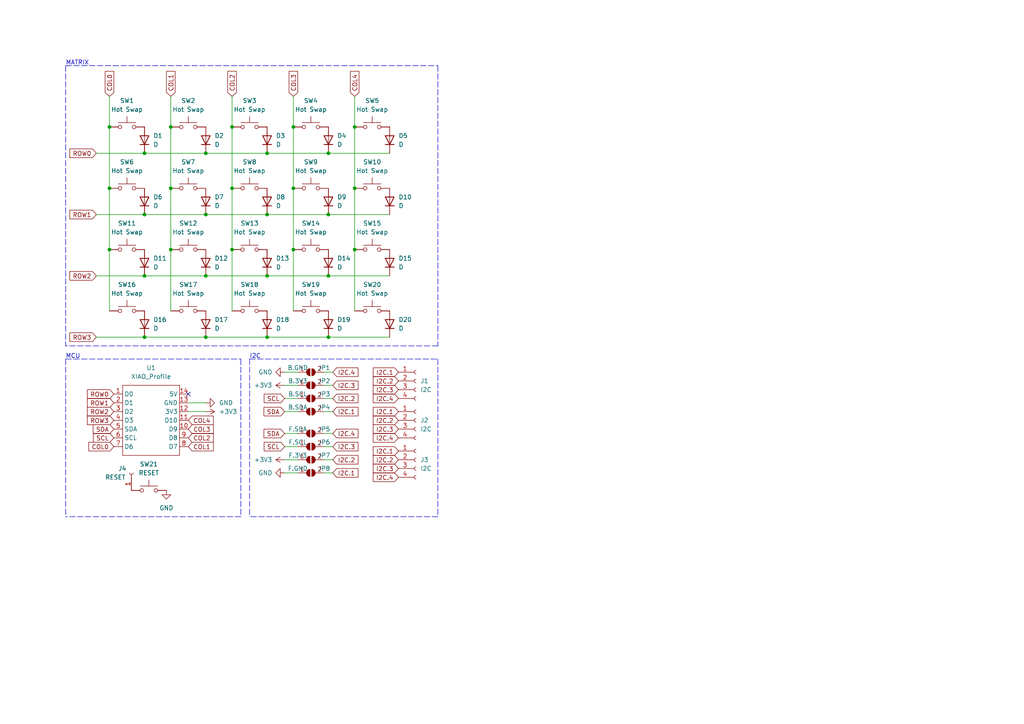
<source format=kicad_sch>
(kicad_sch (version 20211123) (generator eeschema)

  (uuid df98d48d-7371-4ad3-8d4b-53dde97abfd3)

  (paper "A4")

  (title_block
    (title "CGx Keyboard - Binary Star System")
    (date "2023-02-05")
    (rev "v0.1.0")
    (company "CGx")
    (comment 2 "It can be used for both left and right sides.")
    (comment 3 "The PCB has a reversible design.")
    (comment 4 "Test version with Cirque Trackpad")
  )

  (lib_symbols
    (symbol "Connector:Conn_01x01_Female" (pin_names (offset 1.016) hide) (in_bom yes) (on_board yes)
      (property "Reference" "J" (id 0) (at 0 2.54 0)
        (effects (font (size 1.27 1.27)))
      )
      (property "Value" "Conn_01x01_Female" (id 1) (at 0 -2.54 0)
        (effects (font (size 1.27 1.27)))
      )
      (property "Footprint" "" (id 2) (at 0 0 0)
        (effects (font (size 1.27 1.27)) hide)
      )
      (property "Datasheet" "~" (id 3) (at 0 0 0)
        (effects (font (size 1.27 1.27)) hide)
      )
      (property "ki_keywords" "connector" (id 4) (at 0 0 0)
        (effects (font (size 1.27 1.27)) hide)
      )
      (property "ki_description" "Generic connector, single row, 01x01, script generated (kicad-library-utils/schlib/autogen/connector/)" (id 5) (at 0 0 0)
        (effects (font (size 1.27 1.27)) hide)
      )
      (property "ki_fp_filters" "Connector*:*" (id 6) (at 0 0 0)
        (effects (font (size 1.27 1.27)) hide)
      )
      (symbol "Conn_01x01_Female_1_1"
        (polyline
          (pts
            (xy -1.27 0)
            (xy -0.508 0)
          )
          (stroke (width 0.1524) (type default) (color 0 0 0 0))
          (fill (type none))
        )
        (arc (start 0 0.508) (mid -0.508 0) (end 0 -0.508)
          (stroke (width 0.1524) (type default) (color 0 0 0 0))
          (fill (type none))
        )
        (pin passive line (at -5.08 0 0) (length 3.81)
          (name "Pin_1" (effects (font (size 1.27 1.27))))
          (number "1" (effects (font (size 1.27 1.27))))
        )
      )
    )
    (symbol "Connector:Conn_01x04_Female" (pin_names (offset 1.016) hide) (in_bom yes) (on_board yes)
      (property "Reference" "J" (id 0) (at 0 5.08 0)
        (effects (font (size 1.27 1.27)))
      )
      (property "Value" "Conn_01x04_Female" (id 1) (at 0 -7.62 0)
        (effects (font (size 1.27 1.27)))
      )
      (property "Footprint" "" (id 2) (at 0 0 0)
        (effects (font (size 1.27 1.27)) hide)
      )
      (property "Datasheet" "~" (id 3) (at 0 0 0)
        (effects (font (size 1.27 1.27)) hide)
      )
      (property "ki_keywords" "connector" (id 4) (at 0 0 0)
        (effects (font (size 1.27 1.27)) hide)
      )
      (property "ki_description" "Generic connector, single row, 01x04, script generated (kicad-library-utils/schlib/autogen/connector/)" (id 5) (at 0 0 0)
        (effects (font (size 1.27 1.27)) hide)
      )
      (property "ki_fp_filters" "Connector*:*_1x??_*" (id 6) (at 0 0 0)
        (effects (font (size 1.27 1.27)) hide)
      )
      (symbol "Conn_01x04_Female_1_1"
        (arc (start 0 -4.572) (mid -0.508 -5.08) (end 0 -5.588)
          (stroke (width 0.1524) (type default) (color 0 0 0 0))
          (fill (type none))
        )
        (arc (start 0 -2.032) (mid -0.508 -2.54) (end 0 -3.048)
          (stroke (width 0.1524) (type default) (color 0 0 0 0))
          (fill (type none))
        )
        (polyline
          (pts
            (xy -1.27 -5.08)
            (xy -0.508 -5.08)
          )
          (stroke (width 0.1524) (type default) (color 0 0 0 0))
          (fill (type none))
        )
        (polyline
          (pts
            (xy -1.27 -2.54)
            (xy -0.508 -2.54)
          )
          (stroke (width 0.1524) (type default) (color 0 0 0 0))
          (fill (type none))
        )
        (polyline
          (pts
            (xy -1.27 0)
            (xy -0.508 0)
          )
          (stroke (width 0.1524) (type default) (color 0 0 0 0))
          (fill (type none))
        )
        (polyline
          (pts
            (xy -1.27 2.54)
            (xy -0.508 2.54)
          )
          (stroke (width 0.1524) (type default) (color 0 0 0 0))
          (fill (type none))
        )
        (arc (start 0 0.508) (mid -0.508 0) (end 0 -0.508)
          (stroke (width 0.1524) (type default) (color 0 0 0 0))
          (fill (type none))
        )
        (arc (start 0 3.048) (mid -0.508 2.54) (end 0 2.032)
          (stroke (width 0.1524) (type default) (color 0 0 0 0))
          (fill (type none))
        )
        (pin passive line (at -5.08 2.54 0) (length 3.81)
          (name "Pin_1" (effects (font (size 1.27 1.27))))
          (number "1" (effects (font (size 1.27 1.27))))
        )
        (pin passive line (at -5.08 0 0) (length 3.81)
          (name "Pin_2" (effects (font (size 1.27 1.27))))
          (number "2" (effects (font (size 1.27 1.27))))
        )
        (pin passive line (at -5.08 -2.54 0) (length 3.81)
          (name "Pin_3" (effects (font (size 1.27 1.27))))
          (number "3" (effects (font (size 1.27 1.27))))
        )
        (pin passive line (at -5.08 -5.08 0) (length 3.81)
          (name "Pin_4" (effects (font (size 1.27 1.27))))
          (number "4" (effects (font (size 1.27 1.27))))
        )
      )
    )
    (symbol "Device:D" (pin_numbers hide) (pin_names (offset 1.016) hide) (in_bom yes) (on_board yes)
      (property "Reference" "D" (id 0) (at 0 2.54 0)
        (effects (font (size 1.27 1.27)))
      )
      (property "Value" "D" (id 1) (at 0 -2.54 0)
        (effects (font (size 1.27 1.27)))
      )
      (property "Footprint" "" (id 2) (at 0 0 0)
        (effects (font (size 1.27 1.27)) hide)
      )
      (property "Datasheet" "~" (id 3) (at 0 0 0)
        (effects (font (size 1.27 1.27)) hide)
      )
      (property "ki_keywords" "diode" (id 4) (at 0 0 0)
        (effects (font (size 1.27 1.27)) hide)
      )
      (property "ki_description" "Diode" (id 5) (at 0 0 0)
        (effects (font (size 1.27 1.27)) hide)
      )
      (property "ki_fp_filters" "TO-???* *_Diode_* *SingleDiode* D_*" (id 6) (at 0 0 0)
        (effects (font (size 1.27 1.27)) hide)
      )
      (symbol "D_0_1"
        (polyline
          (pts
            (xy -1.27 1.27)
            (xy -1.27 -1.27)
          )
          (stroke (width 0.254) (type default) (color 0 0 0 0))
          (fill (type none))
        )
        (polyline
          (pts
            (xy 1.27 0)
            (xy -1.27 0)
          )
          (stroke (width 0) (type default) (color 0 0 0 0))
          (fill (type none))
        )
        (polyline
          (pts
            (xy 1.27 1.27)
            (xy 1.27 -1.27)
            (xy -1.27 0)
            (xy 1.27 1.27)
          )
          (stroke (width 0.254) (type default) (color 0 0 0 0))
          (fill (type none))
        )
      )
      (symbol "D_1_1"
        (pin passive line (at -3.81 0 0) (length 2.54)
          (name "K" (effects (font (size 1.27 1.27))))
          (number "1" (effects (font (size 1.27 1.27))))
        )
        (pin passive line (at 3.81 0 180) (length 2.54)
          (name "A" (effects (font (size 1.27 1.27))))
          (number "2" (effects (font (size 1.27 1.27))))
        )
      )
    )
    (symbol "Jumper:SolderJumper_2_Open" (pin_names (offset 0) hide) (in_bom yes) (on_board yes)
      (property "Reference" "JP" (id 0) (at 0 2.032 0)
        (effects (font (size 1.27 1.27)))
      )
      (property "Value" "SolderJumper_2_Open" (id 1) (at 0 -2.54 0)
        (effects (font (size 1.27 1.27)))
      )
      (property "Footprint" "" (id 2) (at 0 0 0)
        (effects (font (size 1.27 1.27)) hide)
      )
      (property "Datasheet" "~" (id 3) (at 0 0 0)
        (effects (font (size 1.27 1.27)) hide)
      )
      (property "ki_keywords" "solder jumper SPST" (id 4) (at 0 0 0)
        (effects (font (size 1.27 1.27)) hide)
      )
      (property "ki_description" "Solder Jumper, 2-pole, open" (id 5) (at 0 0 0)
        (effects (font (size 1.27 1.27)) hide)
      )
      (property "ki_fp_filters" "SolderJumper*Open*" (id 6) (at 0 0 0)
        (effects (font (size 1.27 1.27)) hide)
      )
      (symbol "SolderJumper_2_Open_0_1"
        (arc (start -0.254 1.016) (mid -1.27 0) (end -0.254 -1.016)
          (stroke (width 0) (type default) (color 0 0 0 0))
          (fill (type none))
        )
        (arc (start -0.254 1.016) (mid -1.27 0) (end -0.254 -1.016)
          (stroke (width 0) (type default) (color 0 0 0 0))
          (fill (type outline))
        )
        (polyline
          (pts
            (xy -0.254 1.016)
            (xy -0.254 -1.016)
          )
          (stroke (width 0) (type default) (color 0 0 0 0))
          (fill (type none))
        )
        (polyline
          (pts
            (xy 0.254 1.016)
            (xy 0.254 -1.016)
          )
          (stroke (width 0) (type default) (color 0 0 0 0))
          (fill (type none))
        )
        (arc (start 0.254 -1.016) (mid 1.27 0) (end 0.254 1.016)
          (stroke (width 0) (type default) (color 0 0 0 0))
          (fill (type none))
        )
        (arc (start 0.254 -1.016) (mid 1.27 0) (end 0.254 1.016)
          (stroke (width 0) (type default) (color 0 0 0 0))
          (fill (type outline))
        )
      )
      (symbol "SolderJumper_2_Open_1_1"
        (pin passive line (at -3.81 0 0) (length 2.54)
          (name "A" (effects (font (size 1.27 1.27))))
          (number "1" (effects (font (size 1.27 1.27))))
        )
        (pin passive line (at 3.81 0 180) (length 2.54)
          (name "B" (effects (font (size 1.27 1.27))))
          (number "2" (effects (font (size 1.27 1.27))))
        )
      )
    )
    (symbol "Switch:SW_Push" (pin_numbers hide) (pin_names (offset 1.016) hide) (in_bom yes) (on_board yes)
      (property "Reference" "SW" (id 0) (at 1.27 2.54 0)
        (effects (font (size 1.27 1.27)) (justify left))
      )
      (property "Value" "SW_Push" (id 1) (at 0 -1.524 0)
        (effects (font (size 1.27 1.27)))
      )
      (property "Footprint" "" (id 2) (at 0 5.08 0)
        (effects (font (size 1.27 1.27)) hide)
      )
      (property "Datasheet" "~" (id 3) (at 0 5.08 0)
        (effects (font (size 1.27 1.27)) hide)
      )
      (property "ki_keywords" "switch normally-open pushbutton push-button" (id 4) (at 0 0 0)
        (effects (font (size 1.27 1.27)) hide)
      )
      (property "ki_description" "Push button switch, generic, two pins" (id 5) (at 0 0 0)
        (effects (font (size 1.27 1.27)) hide)
      )
      (symbol "SW_Push_0_1"
        (circle (center -2.032 0) (radius 0.508)
          (stroke (width 0) (type default) (color 0 0 0 0))
          (fill (type none))
        )
        (polyline
          (pts
            (xy 0 1.27)
            (xy 0 3.048)
          )
          (stroke (width 0) (type default) (color 0 0 0 0))
          (fill (type none))
        )
        (polyline
          (pts
            (xy 2.54 1.27)
            (xy -2.54 1.27)
          )
          (stroke (width 0) (type default) (color 0 0 0 0))
          (fill (type none))
        )
        (circle (center 2.032 0) (radius 0.508)
          (stroke (width 0) (type default) (color 0 0 0 0))
          (fill (type none))
        )
        (pin passive line (at -5.08 0 0) (length 2.54)
          (name "1" (effects (font (size 1.27 1.27))))
          (number "1" (effects (font (size 1.27 1.27))))
        )
        (pin passive line (at 5.08 0 180) (length 2.54)
          (name "2" (effects (font (size 1.27 1.27))))
          (number "2" (effects (font (size 1.27 1.27))))
        )
      )
    )
    (symbol "cgx:XIAO_Profile" (in_bom yes) (on_board yes)
      (property "Reference" "U" (id 0) (at 1.27 1.27 0)
        (effects (font (size 1.27 1.27)))
      )
      (property "Value" "XIAO_Profile" (id 1) (at 6.35 -21.59 0)
        (effects (font (size 1.27 1.27)))
      )
      (property "Footprint" "" (id 2) (at 3.81 -3.81 0)
        (effects (font (size 1.27 1.27)) hide)
      )
      (property "Datasheet" "" (id 3) (at 3.81 -3.81 0)
        (effects (font (size 1.27 1.27)) hide)
      )
      (symbol "XIAO_Profile_0_1"
        (rectangle (start 0 0) (end 16.51 -20.32)
          (stroke (width 0) (type default) (color 0 0 0 0))
          (fill (type none))
        )
      )
      (symbol "XIAO_Profile_1_1"
        (pin bidirectional line (at -2.54 -2.54 0) (length 2.54)
          (name "D0" (effects (font (size 1.27 1.27))))
          (number "1" (effects (font (size 1.27 1.27))))
        )
        (pin bidirectional line (at 19.05 -12.7 180) (length 2.54)
          (name "D9" (effects (font (size 1.27 1.27))))
          (number "10" (effects (font (size 1.27 1.27))))
        )
        (pin bidirectional line (at 19.05 -10.16 180) (length 2.54)
          (name "D10" (effects (font (size 1.27 1.27))))
          (number "11" (effects (font (size 1.27 1.27))))
        )
        (pin power_out line (at 19.05 -7.62 180) (length 2.54)
          (name "3V3" (effects (font (size 1.27 1.27))))
          (number "12" (effects (font (size 1.27 1.27))))
        )
        (pin power_out line (at 19.05 -5.08 180) (length 2.54)
          (name "GND" (effects (font (size 1.27 1.27))))
          (number "13" (effects (font (size 1.27 1.27))))
        )
        (pin power_out line (at 19.05 -2.54 180) (length 2.54)
          (name "5V" (effects (font (size 1.27 1.27))))
          (number "14" (effects (font (size 1.27 1.27))))
        )
        (pin bidirectional line (at -2.54 -5.08 0) (length 2.54)
          (name "D1" (effects (font (size 1.27 1.27))))
          (number "2" (effects (font (size 1.27 1.27))))
        )
        (pin bidirectional line (at -2.54 -7.62 0) (length 2.54)
          (name "D2" (effects (font (size 1.27 1.27))))
          (number "3" (effects (font (size 1.27 1.27))))
        )
        (pin bidirectional line (at -2.54 -10.16 0) (length 2.54)
          (name "D3" (effects (font (size 1.27 1.27))))
          (number "4" (effects (font (size 1.27 1.27))))
        )
        (pin bidirectional line (at -2.54 -12.7 0) (length 2.54)
          (name "SDA" (effects (font (size 1.27 1.27))))
          (number "5" (effects (font (size 1.27 1.27))))
        )
        (pin bidirectional line (at -2.54 -15.24 0) (length 2.54)
          (name "SCL" (effects (font (size 1.27 1.27))))
          (number "6" (effects (font (size 1.27 1.27))))
        )
        (pin bidirectional line (at -2.54 -17.78 0) (length 2.54)
          (name "D6" (effects (font (size 1.27 1.27))))
          (number "7" (effects (font (size 1.27 1.27))))
        )
        (pin bidirectional line (at 19.05 -17.78 180) (length 2.54)
          (name "D7" (effects (font (size 1.27 1.27))))
          (number "8" (effects (font (size 1.27 1.27))))
        )
        (pin bidirectional line (at 19.05 -15.24 180) (length 2.54)
          (name "D8" (effects (font (size 1.27 1.27))))
          (number "9" (effects (font (size 1.27 1.27))))
        )
      )
    )
    (symbol "power:+3V3" (power) (pin_names (offset 0)) (in_bom yes) (on_board yes)
      (property "Reference" "#PWR" (id 0) (at 0 -3.81 0)
        (effects (font (size 1.27 1.27)) hide)
      )
      (property "Value" "+3V3" (id 1) (at 0 3.556 0)
        (effects (font (size 1.27 1.27)))
      )
      (property "Footprint" "" (id 2) (at 0 0 0)
        (effects (font (size 1.27 1.27)) hide)
      )
      (property "Datasheet" "" (id 3) (at 0 0 0)
        (effects (font (size 1.27 1.27)) hide)
      )
      (property "ki_keywords" "power-flag" (id 4) (at 0 0 0)
        (effects (font (size 1.27 1.27)) hide)
      )
      (property "ki_description" "Power symbol creates a global label with name \"+3V3\"" (id 5) (at 0 0 0)
        (effects (font (size 1.27 1.27)) hide)
      )
      (symbol "+3V3_0_1"
        (polyline
          (pts
            (xy -0.762 1.27)
            (xy 0 2.54)
          )
          (stroke (width 0) (type default) (color 0 0 0 0))
          (fill (type none))
        )
        (polyline
          (pts
            (xy 0 0)
            (xy 0 2.54)
          )
          (stroke (width 0) (type default) (color 0 0 0 0))
          (fill (type none))
        )
        (polyline
          (pts
            (xy 0 2.54)
            (xy 0.762 1.27)
          )
          (stroke (width 0) (type default) (color 0 0 0 0))
          (fill (type none))
        )
      )
      (symbol "+3V3_1_1"
        (pin power_in line (at 0 0 90) (length 0) hide
          (name "+3V3" (effects (font (size 1.27 1.27))))
          (number "1" (effects (font (size 1.27 1.27))))
        )
      )
    )
    (symbol "power:GND" (power) (pin_names (offset 0)) (in_bom yes) (on_board yes)
      (property "Reference" "#PWR" (id 0) (at 0 -6.35 0)
        (effects (font (size 1.27 1.27)) hide)
      )
      (property "Value" "GND" (id 1) (at 0 -3.81 0)
        (effects (font (size 1.27 1.27)))
      )
      (property "Footprint" "" (id 2) (at 0 0 0)
        (effects (font (size 1.27 1.27)) hide)
      )
      (property "Datasheet" "" (id 3) (at 0 0 0)
        (effects (font (size 1.27 1.27)) hide)
      )
      (property "ki_keywords" "power-flag" (id 4) (at 0 0 0)
        (effects (font (size 1.27 1.27)) hide)
      )
      (property "ki_description" "Power symbol creates a global label with name \"GND\" , ground" (id 5) (at 0 0 0)
        (effects (font (size 1.27 1.27)) hide)
      )
      (symbol "GND_0_1"
        (polyline
          (pts
            (xy 0 0)
            (xy 0 -1.27)
            (xy 1.27 -1.27)
            (xy 0 -2.54)
            (xy -1.27 -1.27)
            (xy 0 -1.27)
          )
          (stroke (width 0) (type default) (color 0 0 0 0))
          (fill (type none))
        )
      )
      (symbol "GND_1_1"
        (pin power_in line (at 0 0 270) (length 0) hide
          (name "GND" (effects (font (size 1.27 1.27))))
          (number "1" (effects (font (size 1.27 1.27))))
        )
      )
    )
  )

  (junction (at 41.91 80.01) (diameter 0) (color 0 0 0 0)
    (uuid 0b20f9af-1e54-4700-90d1-9500a04b9a3f)
  )
  (junction (at 77.47 97.79) (diameter 0) (color 0 0 0 0)
    (uuid 12cef041-4bdf-4229-90e6-2412b84de618)
  )
  (junction (at 85.09 54.61) (diameter 0) (color 0 0 0 0)
    (uuid 137d4123-facf-412c-a558-b86ad98af591)
  )
  (junction (at 59.69 80.01) (diameter 0) (color 0 0 0 0)
    (uuid 151fdacc-fa73-4882-88ca-95cbaa0ef21a)
  )
  (junction (at 41.91 62.23) (diameter 0) (color 0 0 0 0)
    (uuid 193c480f-aa14-4063-99e2-50f63aed274d)
  )
  (junction (at 41.91 44.45) (diameter 0) (color 0 0 0 0)
    (uuid 1e49e397-dbb5-4f3f-9d50-5f2052e9b241)
  )
  (junction (at 31.75 36.83) (diameter 0) (color 0 0 0 0)
    (uuid 3e2b95b1-8671-4ea9-a425-53e31340e896)
  )
  (junction (at 59.69 62.23) (diameter 0) (color 0 0 0 0)
    (uuid 415264a4-d3da-4b6b-bea9-d61a22507ecb)
  )
  (junction (at 95.25 80.01) (diameter 0) (color 0 0 0 0)
    (uuid 50f3bce7-f287-4203-b4d9-5ad38a7f26ac)
  )
  (junction (at 67.31 72.39) (diameter 0) (color 0 0 0 0)
    (uuid 5cf9c8e4-0362-40af-8551-7ab5b8f3276b)
  )
  (junction (at 49.53 36.83) (diameter 0) (color 0 0 0 0)
    (uuid 5e216e22-6c54-45ab-9d97-7b0b2b5fc8ee)
  )
  (junction (at 77.47 62.23) (diameter 0) (color 0 0 0 0)
    (uuid 635715df-8909-4fda-911f-84d47c4476bc)
  )
  (junction (at 67.31 36.83) (diameter 0) (color 0 0 0 0)
    (uuid 63d9c9d4-38b8-4f3c-9668-84ee4025d9c8)
  )
  (junction (at 102.87 36.83) (diameter 0) (color 0 0 0 0)
    (uuid 74c857b1-4ed9-47b8-9deb-e2e6cb5b9a94)
  )
  (junction (at 102.87 54.61) (diameter 0) (color 0 0 0 0)
    (uuid 770d1f09-52e9-4562-aa2d-792efd8ee006)
  )
  (junction (at 59.69 44.45) (diameter 0) (color 0 0 0 0)
    (uuid 7a6adbd9-c861-4a80-b4c7-775a417df4fc)
  )
  (junction (at 85.09 36.83) (diameter 0) (color 0 0 0 0)
    (uuid 7ebd6b15-7904-43bf-aaaa-9b739f213b19)
  )
  (junction (at 59.69 97.79) (diameter 0) (color 0 0 0 0)
    (uuid 7ecbca9b-41bb-4835-b1c1-2f6d4666b2e0)
  )
  (junction (at 102.87 72.39) (diameter 0) (color 0 0 0 0)
    (uuid 82ed498d-65c4-4177-abfc-b226f3df87ed)
  )
  (junction (at 31.75 72.39) (diameter 0) (color 0 0 0 0)
    (uuid 89294524-1264-43a5-b25e-de3fe4bed5f6)
  )
  (junction (at 49.53 72.39) (diameter 0) (color 0 0 0 0)
    (uuid 8f69af43-9eeb-4895-9024-ab554ec32b34)
  )
  (junction (at 77.47 80.01) (diameter 0) (color 0 0 0 0)
    (uuid 9a15c91d-9871-414f-ae1e-8f62219eceda)
  )
  (junction (at 31.75 54.61) (diameter 0) (color 0 0 0 0)
    (uuid 9a6fbe2d-8260-485a-b79d-c510b6476381)
  )
  (junction (at 95.25 62.23) (diameter 0) (color 0 0 0 0)
    (uuid ac0e216f-9a42-4ca6-ae59-ea3b63f54d8e)
  )
  (junction (at 41.91 97.79) (diameter 0) (color 0 0 0 0)
    (uuid b4d4bd95-f2dd-4d33-a0c6-a28514b4bf13)
  )
  (junction (at 85.09 72.39) (diameter 0) (color 0 0 0 0)
    (uuid badc7fb0-c9c0-4ee3-a104-df5aeb105dc9)
  )
  (junction (at 49.53 54.61) (diameter 0) (color 0 0 0 0)
    (uuid c3ad1579-9d4f-4bb8-9d1b-d226d7ad67c2)
  )
  (junction (at 95.25 97.79) (diameter 0) (color 0 0 0 0)
    (uuid de9cf74c-c9b2-45ed-9343-bb64a2be3b38)
  )
  (junction (at 95.25 44.45) (diameter 0) (color 0 0 0 0)
    (uuid f16d0af7-8e49-4290-9b61-b77916c4b781)
  )
  (junction (at 67.31 54.61) (diameter 0) (color 0 0 0 0)
    (uuid fa031b5b-f26f-449e-afd3-501dc6434295)
  )
  (junction (at 77.47 44.45) (diameter 0) (color 0 0 0 0)
    (uuid fa3db80d-635b-43ae-a74d-4c70c7b87c94)
  )

  (no_connect (at 54.61 114.3) (uuid ab0da609-bd5a-47f7-aa97-4499f30b2755))

  (wire (pts (xy 77.47 44.45) (xy 95.25 44.45))
    (stroke (width 0) (type default) (color 0 0 0 0))
    (uuid 004d457f-d3d7-4064-a1c1-5aec4dadeaf6)
  )
  (wire (pts (xy 31.75 72.39) (xy 31.75 90.17))
    (stroke (width 0) (type default) (color 0 0 0 0))
    (uuid 08ae9675-19b9-42cf-ba8c-9c9b87129ff6)
  )
  (wire (pts (xy 96.52 137.16) (xy 93.98 137.16))
    (stroke (width 0) (type default) (color 0 0 0 0))
    (uuid 0ca2552e-bbad-414e-8e2f-c2810e52dbae)
  )
  (wire (pts (xy 31.75 27.94) (xy 31.75 36.83))
    (stroke (width 0) (type default) (color 0 0 0 0))
    (uuid 1309d5de-0186-4c10-815a-fa240a52d366)
  )
  (polyline (pts (xy 127 100.33) (xy 19.05 100.33))
    (stroke (width 0) (type default) (color 0 0 0 0))
    (uuid 155875b5-1a51-43c5-a3f3-427a5d3211c9)
  )

  (wire (pts (xy 102.87 72.39) (xy 102.87 90.17))
    (stroke (width 0) (type default) (color 0 0 0 0))
    (uuid 2875b295-339b-4eda-8a17-9ffbcc6f28dd)
  )
  (wire (pts (xy 49.53 72.39) (xy 49.53 90.17))
    (stroke (width 0) (type default) (color 0 0 0 0))
    (uuid 2bb89733-fab7-4d8e-8eca-da0ea0e9f532)
  )
  (polyline (pts (xy 69.85 149.86) (xy 19.05 149.86))
    (stroke (width 0) (type default) (color 0 0 0 0))
    (uuid 35f27d9c-efc5-4884-8419-e25f54a6b5b8)
  )

  (wire (pts (xy 54.61 116.84) (xy 59.69 116.84))
    (stroke (width 0) (type default) (color 0 0 0 0))
    (uuid 3d1298ba-8e24-4405-a499-28d025d088ea)
  )
  (polyline (pts (xy 127 149.86) (xy 72.39 149.86))
    (stroke (width 0) (type default) (color 0 0 0 0))
    (uuid 3dba7922-9556-4b6c-8df5-d117460b8bbd)
  )

  (wire (pts (xy 102.87 27.94) (xy 102.87 36.83))
    (stroke (width 0) (type default) (color 0 0 0 0))
    (uuid 4ede8fdc-bcdf-4ec7-b424-9f7595cc577c)
  )
  (polyline (pts (xy 19.05 19.05) (xy 19.05 100.33))
    (stroke (width 0) (type default) (color 0 0 0 0))
    (uuid 4f04a6b1-a496-470c-8125-7ac25eb0dff7)
  )

  (wire (pts (xy 41.91 44.45) (xy 59.69 44.45))
    (stroke (width 0) (type default) (color 0 0 0 0))
    (uuid 4f224ec4-ac0b-44d8-aad0-57068cf40b2c)
  )
  (wire (pts (xy 59.69 97.79) (xy 77.47 97.79))
    (stroke (width 0) (type default) (color 0 0 0 0))
    (uuid 55b1fe42-2c76-4152-b65b-6d23b8107e5d)
  )
  (wire (pts (xy 96.52 133.35) (xy 93.98 133.35))
    (stroke (width 0) (type default) (color 0 0 0 0))
    (uuid 5de3e0dc-b155-42d4-8778-34b56edfeb87)
  )
  (wire (pts (xy 102.87 54.61) (xy 102.87 72.39))
    (stroke (width 0) (type default) (color 0 0 0 0))
    (uuid 5e6e88d8-1a42-46a2-a79a-6fc81df71ce7)
  )
  (wire (pts (xy 96.52 115.57) (xy 93.98 115.57))
    (stroke (width 0) (type default) (color 0 0 0 0))
    (uuid 6851165e-03ea-4a44-8a4f-736d851ff677)
  )
  (wire (pts (xy 95.25 62.23) (xy 113.03 62.23))
    (stroke (width 0) (type default) (color 0 0 0 0))
    (uuid 6db9f549-3e0d-4ebf-bfdd-dfc8b5543f12)
  )
  (polyline (pts (xy 127 19.05) (xy 127 100.33))
    (stroke (width 0) (type default) (color 0 0 0 0))
    (uuid 6fe87705-fa13-42ee-9786-cff2d5eda0d4)
  )

  (wire (pts (xy 49.53 27.94) (xy 49.53 36.83))
    (stroke (width 0) (type default) (color 0 0 0 0))
    (uuid 7ba6068a-36aa-491c-87d4-191a771dd0f9)
  )
  (wire (pts (xy 31.75 54.61) (xy 31.75 72.39))
    (stroke (width 0) (type default) (color 0 0 0 0))
    (uuid 7edeac8d-63fe-4bc6-a384-9ce930fcf9fd)
  )
  (wire (pts (xy 96.52 111.76) (xy 93.98 111.76))
    (stroke (width 0) (type default) (color 0 0 0 0))
    (uuid 89eb219d-6737-4bbe-be5a-3a51f053a483)
  )
  (polyline (pts (xy 19.05 104.14) (xy 69.85 104.14))
    (stroke (width 0) (type default) (color 0 0 0 0))
    (uuid 8a537f9b-4d2f-45a9-a9f4-395f82c50edc)
  )

  (wire (pts (xy 96.52 107.95) (xy 93.98 107.95))
    (stroke (width 0) (type default) (color 0 0 0 0))
    (uuid 8d66f8b0-af76-472e-bce4-244294fef3b5)
  )
  (wire (pts (xy 67.31 36.83) (xy 67.31 54.61))
    (stroke (width 0) (type default) (color 0 0 0 0))
    (uuid 9016dbd3-8910-48be-a297-8ce67ce54e37)
  )
  (wire (pts (xy 102.87 36.83) (xy 102.87 54.61))
    (stroke (width 0) (type default) (color 0 0 0 0))
    (uuid 904bf91c-06b9-433c-a42e-e663250ed1ae)
  )
  (wire (pts (xy 82.55 125.73) (xy 86.36 125.73))
    (stroke (width 0) (type default) (color 0 0 0 0))
    (uuid 916bdd4a-21f9-4bc3-abd8-a53eb9e7f5a8)
  )
  (polyline (pts (xy 19.05 104.14) (xy 19.05 149.86))
    (stroke (width 0) (type default) (color 0 0 0 0))
    (uuid 9433c48c-ba72-4566-a330-09ceff9e131e)
  )

  (wire (pts (xy 41.91 62.23) (xy 59.69 62.23))
    (stroke (width 0) (type default) (color 0 0 0 0))
    (uuid 9c953642-3395-4d9a-8147-e2fcbcfa640f)
  )
  (wire (pts (xy 77.47 80.01) (xy 95.25 80.01))
    (stroke (width 0) (type default) (color 0 0 0 0))
    (uuid a0acbd34-76e4-4ba1-9bf2-49ff06d860f5)
  )
  (wire (pts (xy 96.52 119.38) (xy 93.98 119.38))
    (stroke (width 0) (type default) (color 0 0 0 0))
    (uuid a5085158-4838-4500-9991-b443d7d863f8)
  )
  (wire (pts (xy 82.55 137.16) (xy 86.36 137.16))
    (stroke (width 0) (type default) (color 0 0 0 0))
    (uuid a602f86f-26be-48c8-bf15-230a1a5d0d7e)
  )
  (wire (pts (xy 82.55 129.54) (xy 86.36 129.54))
    (stroke (width 0) (type default) (color 0 0 0 0))
    (uuid a6cba432-7002-4ce7-876a-c75b544a9086)
  )
  (wire (pts (xy 27.94 97.79) (xy 41.91 97.79))
    (stroke (width 0) (type default) (color 0 0 0 0))
    (uuid a83a9941-0947-45ed-a0a8-78d91eb511e4)
  )
  (wire (pts (xy 31.75 36.83) (xy 31.75 54.61))
    (stroke (width 0) (type default) (color 0 0 0 0))
    (uuid ac46a068-9476-4e84-a23e-3a2ac3604118)
  )
  (polyline (pts (xy 19.05 19.05) (xy 127 19.05))
    (stroke (width 0) (type default) (color 0 0 0 0))
    (uuid aca515ce-a539-4018-a603-452c0b08662c)
  )

  (wire (pts (xy 67.31 27.94) (xy 67.31 36.83))
    (stroke (width 0) (type default) (color 0 0 0 0))
    (uuid ad22f523-9a47-420f-96c0-b0fa4ff2db0f)
  )
  (wire (pts (xy 27.94 62.23) (xy 41.91 62.23))
    (stroke (width 0) (type default) (color 0 0 0 0))
    (uuid b3c47ba9-4fc9-4028-b721-f784e934ed8f)
  )
  (wire (pts (xy 67.31 72.39) (xy 67.31 90.17))
    (stroke (width 0) (type default) (color 0 0 0 0))
    (uuid b5e0af13-19ba-48ff-9feb-5bda23ed439a)
  )
  (wire (pts (xy 85.09 72.39) (xy 85.09 90.17))
    (stroke (width 0) (type default) (color 0 0 0 0))
    (uuid b7c0f349-17f0-4ab3-8559-f31bfc5fa4ee)
  )
  (wire (pts (xy 27.94 44.45) (xy 41.91 44.45))
    (stroke (width 0) (type default) (color 0 0 0 0))
    (uuid bc6d78ff-6f0d-4e1d-bd26-70206f2a50b6)
  )
  (wire (pts (xy 49.53 36.83) (xy 49.53 54.61))
    (stroke (width 0) (type default) (color 0 0 0 0))
    (uuid bda77f02-e8ba-4b7e-a21e-f844bb7dc507)
  )
  (polyline (pts (xy 72.39 104.14) (xy 127 104.14))
    (stroke (width 0) (type default) (color 0 0 0 0))
    (uuid beb6e3f3-3193-49fe-92b6-4572f03e7413)
  )

  (wire (pts (xy 41.91 80.01) (xy 59.69 80.01))
    (stroke (width 0) (type default) (color 0 0 0 0))
    (uuid c20b6346-32f7-4a02-bb68-42fbba827f6f)
  )
  (wire (pts (xy 96.52 129.54) (xy 93.98 129.54))
    (stroke (width 0) (type default) (color 0 0 0 0))
    (uuid c405b3cd-aa79-45e0-9f0f-9118edf5fd9c)
  )
  (wire (pts (xy 95.25 97.79) (xy 113.03 97.79))
    (stroke (width 0) (type default) (color 0 0 0 0))
    (uuid c6d31594-af80-4818-8bcd-d9d4911d8b82)
  )
  (wire (pts (xy 82.55 111.76) (xy 86.36 111.76))
    (stroke (width 0) (type default) (color 0 0 0 0))
    (uuid c82805e3-2072-4367-9755-28e7dd0eef16)
  )
  (wire (pts (xy 96.52 125.73) (xy 93.98 125.73))
    (stroke (width 0) (type default) (color 0 0 0 0))
    (uuid c928a495-2a3d-4ece-9e71-9e7a84d2d636)
  )
  (wire (pts (xy 59.69 62.23) (xy 77.47 62.23))
    (stroke (width 0) (type default) (color 0 0 0 0))
    (uuid cf4aac1e-04fc-4d92-9cab-f1ace4fa694d)
  )
  (polyline (pts (xy 69.85 104.14) (xy 69.85 149.86))
    (stroke (width 0) (type default) (color 0 0 0 0))
    (uuid d12feebd-bbf7-4309-9216-f22151ea646f)
  )

  (wire (pts (xy 54.61 119.38) (xy 59.69 119.38))
    (stroke (width 0) (type default) (color 0 0 0 0))
    (uuid d69b5a03-34e4-4118-8223-bbe6f8f5b4ba)
  )
  (wire (pts (xy 41.91 97.79) (xy 59.69 97.79))
    (stroke (width 0) (type default) (color 0 0 0 0))
    (uuid da0dabfc-125b-48e9-99c9-94940e984998)
  )
  (wire (pts (xy 95.25 80.01) (xy 113.03 80.01))
    (stroke (width 0) (type default) (color 0 0 0 0))
    (uuid da146730-500f-4044-b641-bfe55b9994ae)
  )
  (wire (pts (xy 85.09 27.94) (xy 85.09 36.83))
    (stroke (width 0) (type default) (color 0 0 0 0))
    (uuid ddb7cde3-d438-40cf-8fc6-03999c60f78d)
  )
  (wire (pts (xy 82.55 115.57) (xy 86.36 115.57))
    (stroke (width 0) (type default) (color 0 0 0 0))
    (uuid e42e674f-bd91-4d20-8a86-6551c9339be2)
  )
  (wire (pts (xy 85.09 36.83) (xy 85.09 54.61))
    (stroke (width 0) (type default) (color 0 0 0 0))
    (uuid e4ccf8d5-0ed2-4942-af70-841285afea54)
  )
  (wire (pts (xy 27.94 80.01) (xy 41.91 80.01))
    (stroke (width 0) (type default) (color 0 0 0 0))
    (uuid e7b8d267-22ef-4715-b7b0-8446c8227b2d)
  )
  (wire (pts (xy 77.47 62.23) (xy 95.25 62.23))
    (stroke (width 0) (type default) (color 0 0 0 0))
    (uuid ea07fa7b-3541-4520-b50a-64c2b2671402)
  )
  (polyline (pts (xy 127 104.14) (xy 127 149.86))
    (stroke (width 0) (type default) (color 0 0 0 0))
    (uuid ea1c6f3d-bebb-4cc9-8e38-9c8c871f11e3)
  )

  (wire (pts (xy 59.69 80.01) (xy 77.47 80.01))
    (stroke (width 0) (type default) (color 0 0 0 0))
    (uuid eab605ce-daba-41d1-a752-782b9b1cc3a5)
  )
  (wire (pts (xy 49.53 54.61) (xy 49.53 72.39))
    (stroke (width 0) (type default) (color 0 0 0 0))
    (uuid eb39e7b7-f5da-45c6-92b0-b90d5e75c985)
  )
  (wire (pts (xy 77.47 97.79) (xy 95.25 97.79))
    (stroke (width 0) (type default) (color 0 0 0 0))
    (uuid ecd88f10-5079-4d69-a8d3-022407af1f3f)
  )
  (wire (pts (xy 95.25 44.45) (xy 113.03 44.45))
    (stroke (width 0) (type default) (color 0 0 0 0))
    (uuid efc580f1-1039-44d7-aa10-753bf33fe1b3)
  )
  (wire (pts (xy 67.31 54.61) (xy 67.31 72.39))
    (stroke (width 0) (type default) (color 0 0 0 0))
    (uuid f4b31d21-11ae-44c6-9c45-9d1eb65e473d)
  )
  (wire (pts (xy 82.55 133.35) (xy 86.36 133.35))
    (stroke (width 0) (type default) (color 0 0 0 0))
    (uuid f4e8c28d-2379-47b9-8838-06fd84c12a54)
  )
  (polyline (pts (xy 72.39 104.14) (xy 72.39 149.86))
    (stroke (width 0) (type default) (color 0 0 0 0))
    (uuid f519534a-1919-472c-81b2-1b051c27264b)
  )

  (wire (pts (xy 59.69 44.45) (xy 77.47 44.45))
    (stroke (width 0) (type default) (color 0 0 0 0))
    (uuid f5937945-c8e7-4861-abf6-32c64f2ba489)
  )
  (wire (pts (xy 85.09 54.61) (xy 85.09 72.39))
    (stroke (width 0) (type default) (color 0 0 0 0))
    (uuid f6974b72-fb95-4498-85fc-bd634f441edd)
  )
  (wire (pts (xy 82.55 107.95) (xy 86.36 107.95))
    (stroke (width 0) (type default) (color 0 0 0 0))
    (uuid fc79c133-446b-4511-bd72-0b4fedc6a712)
  )
  (wire (pts (xy 82.55 119.38) (xy 86.36 119.38))
    (stroke (width 0) (type default) (color 0 0 0 0))
    (uuid fdffc523-2252-467d-b00d-47edfd872ca2)
  )

  (text "MATRIX" (at 19.05 19.05 0)
    (effects (font (size 1.27 1.27)) (justify left bottom))
    (uuid 52972a95-4215-413a-8815-3cf2ea729487)
  )
  (text "I2C" (at 72.39 104.14 0)
    (effects (font (size 1.27 1.27)) (justify left bottom))
    (uuid b72e61a1-92a0-4366-bfce-756884af1df7)
  )
  (text "MCU" (at 19.05 104.14 0)
    (effects (font (size 1.27 1.27)) (justify left bottom))
    (uuid bb16bff4-e10c-4191-ba9d-5c7152550c44)
  )

  (global_label "I2C.2" (shape input) (at 115.57 121.92 180) (fields_autoplaced)
    (effects (font (size 1.27 1.27)) (justify right))
    (uuid 00f1737d-c5fd-492a-b382-3927e084217d)
    (property "Intersheet References" "${INTERSHEET_REFS}" (id 0) (at 108.2583 121.8406 0)
      (effects (font (size 1.27 1.27)) (justify right) hide)
    )
  )
  (global_label "I2C.3" (shape input) (at 115.57 135.89 180) (fields_autoplaced)
    (effects (font (size 1.27 1.27)) (justify right))
    (uuid 04718d92-c3b7-4bc6-9136-b01f932f8833)
    (property "Intersheet References" "${INTERSHEET_REFS}" (id 0) (at 108.2583 135.8106 0)
      (effects (font (size 1.27 1.27)) (justify right) hide)
    )
  )
  (global_label "I2C.1" (shape input) (at 115.57 130.81 180) (fields_autoplaced)
    (effects (font (size 1.27 1.27)) (justify right))
    (uuid 0622e1d5-8033-49a8-82cf-f1f700fa57cd)
    (property "Intersheet References" "${INTERSHEET_REFS}" (id 0) (at 108.2583 130.7306 0)
      (effects (font (size 1.27 1.27)) (justify right) hide)
    )
  )
  (global_label "SDA" (shape input) (at 33.02 124.46 180) (fields_autoplaced)
    (effects (font (size 1.27 1.27)) (justify right))
    (uuid 0b83c388-dfe4-41a6-bd39-cafdb547387c)
    (property "Intersheet References" "${INTERSHEET_REFS}" (id 0) (at 27.0388 124.3806 0)
      (effects (font (size 1.27 1.27)) (justify right) hide)
    )
  )
  (global_label "SDA" (shape input) (at 82.55 125.73 180) (fields_autoplaced)
    (effects (font (size 1.27 1.27)) (justify right))
    (uuid 1ba2350a-0b8e-40b1-979a-af6b2bb653b9)
    (property "Intersheet References" "${INTERSHEET_REFS}" (id 0) (at 76.5688 125.6506 0)
      (effects (font (size 1.27 1.27)) (justify right) hide)
    )
  )
  (global_label "ROW3" (shape input) (at 27.94 97.79 180) (fields_autoplaced)
    (effects (font (size 1.27 1.27)) (justify right))
    (uuid 1e5e576d-2b5c-4329-b597-f408b2c89217)
    (property "Intersheet References" "${INTERSHEET_REFS}" (id 0) (at 20.2655 97.7106 0)
      (effects (font (size 1.27 1.27)) (justify right) hide)
    )
  )
  (global_label "ROW1" (shape input) (at 27.94 62.23 180) (fields_autoplaced)
    (effects (font (size 1.27 1.27)) (justify right))
    (uuid 267757a9-fe48-4fe8-b178-34c8edc4a5ad)
    (property "Intersheet References" "${INTERSHEET_REFS}" (id 0) (at 20.2655 62.1506 0)
      (effects (font (size 1.27 1.27)) (justify right) hide)
    )
  )
  (global_label "ROW0" (shape input) (at 33.02 114.3 180) (fields_autoplaced)
    (effects (font (size 1.27 1.27)) (justify right))
    (uuid 2a3eea80-25d6-489c-a202-1552481e84b8)
    (property "Intersheet References" "${INTERSHEET_REFS}" (id 0) (at 25.3455 114.2206 0)
      (effects (font (size 1.27 1.27)) (justify right) hide)
    )
  )
  (global_label "I2C.2" (shape input) (at 115.57 133.35 180) (fields_autoplaced)
    (effects (font (size 1.27 1.27)) (justify right))
    (uuid 2c88bdb3-081b-4490-bead-856515e725f9)
    (property "Intersheet References" "${INTERSHEET_REFS}" (id 0) (at 108.2583 133.2706 0)
      (effects (font (size 1.27 1.27)) (justify right) hide)
    )
  )
  (global_label "SCL" (shape input) (at 82.55 115.57 180) (fields_autoplaced)
    (effects (font (size 1.27 1.27)) (justify right))
    (uuid 37f3eb51-9d62-465f-a424-c3f49ee039d0)
    (property "Intersheet References" "${INTERSHEET_REFS}" (id 0) (at 76.6293 115.4906 0)
      (effects (font (size 1.27 1.27)) (justify right) hide)
    )
  )
  (global_label "COL3" (shape input) (at 54.61 124.46 0) (fields_autoplaced)
    (effects (font (size 1.27 1.27)) (justify left))
    (uuid 39067497-ca48-459d-9dc0-ac8726699781)
    (property "Intersheet References" "${INTERSHEET_REFS}" (id 0) (at 61.8612 124.3806 0)
      (effects (font (size 1.27 1.27)) (justify left) hide)
    )
  )
  (global_label "I2C.2" (shape input) (at 115.57 110.49 180) (fields_autoplaced)
    (effects (font (size 1.27 1.27)) (justify right))
    (uuid 44628469-75ce-4175-b276-b0a4c4720b5c)
    (property "Intersheet References" "${INTERSHEET_REFS}" (id 0) (at 108.2583 110.4106 0)
      (effects (font (size 1.27 1.27)) (justify right) hide)
    )
  )
  (global_label "ROW0" (shape input) (at 27.94 44.45 180) (fields_autoplaced)
    (effects (font (size 1.27 1.27)) (justify right))
    (uuid 45cce8a2-bd1f-481d-9356-8889a3512528)
    (property "Intersheet References" "${INTERSHEET_REFS}" (id 0) (at 20.2655 44.3706 0)
      (effects (font (size 1.27 1.27)) (justify right) hide)
    )
  )
  (global_label "SDA" (shape input) (at 82.55 119.38 180) (fields_autoplaced)
    (effects (font (size 1.27 1.27)) (justify right))
    (uuid 4bc00523-28ed-42c5-a065-9f3d3b6bc17d)
    (property "Intersheet References" "${INTERSHEET_REFS}" (id 0) (at 76.5688 119.3006 0)
      (effects (font (size 1.27 1.27)) (justify right) hide)
    )
  )
  (global_label "I2C.1" (shape input) (at 96.52 119.38 0) (fields_autoplaced)
    (effects (font (size 1.27 1.27)) (justify left))
    (uuid 53fa9120-1a23-4b1b-b498-b9f09f18e081)
    (property "Intersheet References" "${INTERSHEET_REFS}" (id 0) (at 103.8317 119.3006 0)
      (effects (font (size 1.27 1.27)) (justify left) hide)
    )
  )
  (global_label "ROW3" (shape input) (at 33.02 121.92 180) (fields_autoplaced)
    (effects (font (size 1.27 1.27)) (justify right))
    (uuid 5b01720c-4e3a-401d-b238-e57a79e1bec0)
    (property "Intersheet References" "${INTERSHEET_REFS}" (id 0) (at 25.3455 121.8406 0)
      (effects (font (size 1.27 1.27)) (justify right) hide)
    )
  )
  (global_label "I2C.4" (shape input) (at 96.52 107.95 0) (fields_autoplaced)
    (effects (font (size 1.27 1.27)) (justify left))
    (uuid 5b45f3aa-797f-464f-836f-09ecf5f31f1a)
    (property "Intersheet References" "${INTERSHEET_REFS}" (id 0) (at 103.8317 107.8706 0)
      (effects (font (size 1.27 1.27)) (justify left) hide)
    )
  )
  (global_label "COL2" (shape input) (at 54.61 127 0) (fields_autoplaced)
    (effects (font (size 1.27 1.27)) (justify left))
    (uuid 5b8751f4-7fd6-48c9-8239-cca8e727c395)
    (property "Intersheet References" "${INTERSHEET_REFS}" (id 0) (at 61.8612 126.9206 0)
      (effects (font (size 1.27 1.27)) (justify left) hide)
    )
  )
  (global_label "ROW1" (shape input) (at 33.02 116.84 180) (fields_autoplaced)
    (effects (font (size 1.27 1.27)) (justify right))
    (uuid 693cd12b-1d7b-4dec-a8f7-55444b39ee1a)
    (property "Intersheet References" "${INTERSHEET_REFS}" (id 0) (at 25.3455 116.7606 0)
      (effects (font (size 1.27 1.27)) (justify right) hide)
    )
  )
  (global_label "COL2" (shape input) (at 67.31 27.94 90) (fields_autoplaced)
    (effects (font (size 1.27 1.27)) (justify left))
    (uuid 72f452bb-f1ca-4bee-81bd-8e487f1f0e50)
    (property "Intersheet References" "${INTERSHEET_REFS}" (id 0) (at 67.2306 20.6888 90)
      (effects (font (size 1.27 1.27)) (justify left) hide)
    )
  )
  (global_label "I2C.2" (shape input) (at 96.52 115.57 0) (fields_autoplaced)
    (effects (font (size 1.27 1.27)) (justify left))
    (uuid 79a5697c-30bb-4ec3-a3c1-7da0353ae4ad)
    (property "Intersheet References" "${INTERSHEET_REFS}" (id 0) (at 103.8317 115.4906 0)
      (effects (font (size 1.27 1.27)) (justify left) hide)
    )
  )
  (global_label "I2C.3" (shape input) (at 115.57 113.03 180) (fields_autoplaced)
    (effects (font (size 1.27 1.27)) (justify right))
    (uuid 825909ee-dfdf-4746-a6b1-7b7defbad2c5)
    (property "Intersheet References" "${INTERSHEET_REFS}" (id 0) (at 108.2583 112.9506 0)
      (effects (font (size 1.27 1.27)) (justify right) hide)
    )
  )
  (global_label "I2C.4" (shape input) (at 115.57 115.57 180) (fields_autoplaced)
    (effects (font (size 1.27 1.27)) (justify right))
    (uuid 86d82bd8-2be8-4594-a405-e1c1d93f85bf)
    (property "Intersheet References" "${INTERSHEET_REFS}" (id 0) (at 108.2583 115.4906 0)
      (effects (font (size 1.27 1.27)) (justify right) hide)
    )
  )
  (global_label "COL4" (shape input) (at 102.87 27.94 90) (fields_autoplaced)
    (effects (font (size 1.27 1.27)) (justify left))
    (uuid 8abc1a7a-1800-442c-9e8f-15a7d9eef064)
    (property "Intersheet References" "${INTERSHEET_REFS}" (id 0) (at 102.7906 20.6888 90)
      (effects (font (size 1.27 1.27)) (justify left) hide)
    )
  )
  (global_label "I2C.3" (shape input) (at 96.52 129.54 0) (fields_autoplaced)
    (effects (font (size 1.27 1.27)) (justify left))
    (uuid 8c4da801-4b64-4424-b4de-0f31b8612962)
    (property "Intersheet References" "${INTERSHEET_REFS}" (id 0) (at 103.8317 129.4606 0)
      (effects (font (size 1.27 1.27)) (justify left) hide)
    )
  )
  (global_label "I2C.3" (shape input) (at 96.52 111.76 0) (fields_autoplaced)
    (effects (font (size 1.27 1.27)) (justify left))
    (uuid 8c560a92-4fd9-48fb-b457-d47dc29f48bc)
    (property "Intersheet References" "${INTERSHEET_REFS}" (id 0) (at 103.8317 111.6806 0)
      (effects (font (size 1.27 1.27)) (justify left) hide)
    )
  )
  (global_label "I2C.2" (shape input) (at 96.52 133.35 0) (fields_autoplaced)
    (effects (font (size 1.27 1.27)) (justify left))
    (uuid a099139e-da04-4936-aafc-e793d4b07f7c)
    (property "Intersheet References" "${INTERSHEET_REFS}" (id 0) (at 103.8317 133.2706 0)
      (effects (font (size 1.27 1.27)) (justify left) hide)
    )
  )
  (global_label "I2C.4" (shape input) (at 96.52 125.73 0) (fields_autoplaced)
    (effects (font (size 1.27 1.27)) (justify left))
    (uuid a1e65300-d415-44d3-916a-82dd1852bf53)
    (property "Intersheet References" "${INTERSHEET_REFS}" (id 0) (at 103.8317 125.6506 0)
      (effects (font (size 1.27 1.27)) (justify left) hide)
    )
  )
  (global_label "COL4" (shape input) (at 54.61 121.92 0) (fields_autoplaced)
    (effects (font (size 1.27 1.27)) (justify left))
    (uuid aa409d9b-6102-4b59-8508-32635e557061)
    (property "Intersheet References" "${INTERSHEET_REFS}" (id 0) (at 61.8612 121.8406 0)
      (effects (font (size 1.27 1.27)) (justify left) hide)
    )
  )
  (global_label "I2C.4" (shape input) (at 115.57 127 180) (fields_autoplaced)
    (effects (font (size 1.27 1.27)) (justify right))
    (uuid aa9d81b1-f25b-4ef5-86e6-f1d9912b8892)
    (property "Intersheet References" "${INTERSHEET_REFS}" (id 0) (at 108.2583 126.9206 0)
      (effects (font (size 1.27 1.27)) (justify right) hide)
    )
  )
  (global_label "SCL" (shape input) (at 82.55 129.54 180) (fields_autoplaced)
    (effects (font (size 1.27 1.27)) (justify right))
    (uuid aafbb4d1-e55a-4e82-b77c-a8409ffe0000)
    (property "Intersheet References" "${INTERSHEET_REFS}" (id 0) (at 76.6293 129.4606 0)
      (effects (font (size 1.27 1.27)) (justify right) hide)
    )
  )
  (global_label "SCL" (shape input) (at 33.02 127 180) (fields_autoplaced)
    (effects (font (size 1.27 1.27)) (justify right))
    (uuid b3521c88-fa10-4f3d-b6d2-35f69d2f9c0c)
    (property "Intersheet References" "${INTERSHEET_REFS}" (id 0) (at 27.0993 126.9206 0)
      (effects (font (size 1.27 1.27)) (justify right) hide)
    )
  )
  (global_label "COL1" (shape input) (at 49.53 27.94 90) (fields_autoplaced)
    (effects (font (size 1.27 1.27)) (justify left))
    (uuid b6784536-816b-4346-a3fd-2c2e9c4892fb)
    (property "Intersheet References" "${INTERSHEET_REFS}" (id 0) (at 49.4506 20.6888 90)
      (effects (font (size 1.27 1.27)) (justify left) hide)
    )
  )
  (global_label "COL0" (shape input) (at 33.02 129.54 180) (fields_autoplaced)
    (effects (font (size 1.27 1.27)) (justify right))
    (uuid b679506e-1ab8-4107-8267-5e1de856340f)
    (property "Intersheet References" "${INTERSHEET_REFS}" (id 0) (at 25.7688 129.6194 0)
      (effects (font (size 1.27 1.27)) (justify right) hide)
    )
  )
  (global_label "I2C.3" (shape input) (at 115.57 124.46 180) (fields_autoplaced)
    (effects (font (size 1.27 1.27)) (justify right))
    (uuid b851657e-854b-4496-9de4-be44533bbb88)
    (property "Intersheet References" "${INTERSHEET_REFS}" (id 0) (at 108.2583 124.3806 0)
      (effects (font (size 1.27 1.27)) (justify right) hide)
    )
  )
  (global_label "COL1" (shape input) (at 54.61 129.54 0) (fields_autoplaced)
    (effects (font (size 1.27 1.27)) (justify left))
    (uuid c478a39c-d7c3-4235-b256-bbb3d8f2d74c)
    (property "Intersheet References" "${INTERSHEET_REFS}" (id 0) (at 61.8612 129.4606 0)
      (effects (font (size 1.27 1.27)) (justify left) hide)
    )
  )
  (global_label "COL3" (shape input) (at 85.09 27.94 90) (fields_autoplaced)
    (effects (font (size 1.27 1.27)) (justify left))
    (uuid c8391d9c-cdca-4e94-b9fd-7f3f05f7d6d3)
    (property "Intersheet References" "${INTERSHEET_REFS}" (id 0) (at 85.0106 20.6888 90)
      (effects (font (size 1.27 1.27)) (justify left) hide)
    )
  )
  (global_label "COL0" (shape input) (at 31.75 27.94 90) (fields_autoplaced)
    (effects (font (size 1.27 1.27)) (justify left))
    (uuid ce3ce8a1-62fc-429a-a1a5-9c0038715a4c)
    (property "Intersheet References" "${INTERSHEET_REFS}" (id 0) (at 31.6706 20.6888 90)
      (effects (font (size 1.27 1.27)) (justify left) hide)
    )
  )
  (global_label "I2C.1" (shape input) (at 115.57 107.95 180) (fields_autoplaced)
    (effects (font (size 1.27 1.27)) (justify right))
    (uuid d029819d-83f7-4b4f-8d91-892a0e15869a)
    (property "Intersheet References" "${INTERSHEET_REFS}" (id 0) (at 108.2583 107.8706 0)
      (effects (font (size 1.27 1.27)) (justify right) hide)
    )
  )
  (global_label "I2C.4" (shape input) (at 115.57 138.43 180) (fields_autoplaced)
    (effects (font (size 1.27 1.27)) (justify right))
    (uuid d961acc3-b2b3-4000-806e-4c808954d444)
    (property "Intersheet References" "${INTERSHEET_REFS}" (id 0) (at 108.2583 138.3506 0)
      (effects (font (size 1.27 1.27)) (justify right) hide)
    )
  )
  (global_label "I2C.1" (shape input) (at 115.57 119.38 180) (fields_autoplaced)
    (effects (font (size 1.27 1.27)) (justify right))
    (uuid d97dcc70-a7bb-4bdd-9020-423cf452c390)
    (property "Intersheet References" "${INTERSHEET_REFS}" (id 0) (at 108.2583 119.3006 0)
      (effects (font (size 1.27 1.27)) (justify right) hide)
    )
  )
  (global_label "ROW2" (shape input) (at 33.02 119.38 180) (fields_autoplaced)
    (effects (font (size 1.27 1.27)) (justify right))
    (uuid ddea2ed7-aaff-474d-b82d-cc04ddc190c1)
    (property "Intersheet References" "${INTERSHEET_REFS}" (id 0) (at 25.3455 119.3006 0)
      (effects (font (size 1.27 1.27)) (justify right) hide)
    )
  )
  (global_label "ROW2" (shape input) (at 27.94 80.01 180) (fields_autoplaced)
    (effects (font (size 1.27 1.27)) (justify right))
    (uuid e8175a7a-a4bd-4513-8ed7-d41235d9c358)
    (property "Intersheet References" "${INTERSHEET_REFS}" (id 0) (at 20.2655 79.9306 0)
      (effects (font (size 1.27 1.27)) (justify right) hide)
    )
  )
  (global_label "I2C.1" (shape input) (at 96.52 137.16 0) (fields_autoplaced)
    (effects (font (size 1.27 1.27)) (justify left))
    (uuid f7c1ad39-6a36-489b-a4ec-7844bb3f1e9f)
    (property "Intersheet References" "${INTERSHEET_REFS}" (id 0) (at 103.8317 137.0806 0)
      (effects (font (size 1.27 1.27)) (justify left) hide)
    )
  )

  (symbol (lib_id "Device:D") (at 59.69 76.2 90) (unit 1)
    (in_bom yes) (on_board yes) (fields_autoplaced)
    (uuid 06172d49-6ce3-4a40-8506-2ea593998f1d)
    (property "Reference" "D12" (id 0) (at 62.23 74.9299 90)
      (effects (font (size 1.27 1.27)) (justify right))
    )
    (property "Value" "D" (id 1) (at 62.23 77.4699 90)
      (effects (font (size 1.27 1.27)) (justify right))
    )
    (property "Footprint" "cgx:D_SOD-123" (id 2) (at 59.69 76.2 0)
      (effects (font (size 1.27 1.27)) hide)
    )
    (property "Datasheet" "~" (id 3) (at 59.69 76.2 0)
      (effects (font (size 1.27 1.27)) hide)
    )
    (pin "1" (uuid bbb23ef0-1bde-4df5-896e-4efe305e2a3e))
    (pin "2" (uuid 09b1747f-facc-417f-9f06-7620768f0bc7))
  )

  (symbol (lib_id "Switch:SW_Push") (at 107.95 72.39 0) (unit 1)
    (in_bom yes) (on_board yes) (fields_autoplaced)
    (uuid 0e3c65f4-c553-40f6-8ce2-15d6ae84f0ce)
    (property "Reference" "SW15" (id 0) (at 107.95 64.77 0))
    (property "Value" "Hot Swap" (id 1) (at 107.95 67.31 0))
    (property "Footprint" "kbd:CherryMX_MidHeight_Choc_Hotswap" (id 2) (at 107.95 67.31 0)
      (effects (font (size 1.27 1.27)) hide)
    )
    (property "Datasheet" "~" (id 3) (at 107.95 67.31 0)
      (effects (font (size 1.27 1.27)) hide)
    )
    (pin "1" (uuid f43f9c31-bb54-48eb-86de-0bca8194918e))
    (pin "2" (uuid 4d1700b3-6f48-487b-b71b-a182ae601638))
  )

  (symbol (lib_id "power:+3V3") (at 82.55 111.76 90) (unit 1)
    (in_bom yes) (on_board yes)
    (uuid 129127fa-5fea-4277-ae69-d3026600f51d)
    (property "Reference" "#PWR04" (id 0) (at 86.36 111.76 0)
      (effects (font (size 1.27 1.27)) hide)
    )
    (property "Value" "+3V3" (id 1) (at 73.66 111.76 90)
      (effects (font (size 1.27 1.27)) (justify right))
    )
    (property "Footprint" "" (id 2) (at 82.55 111.76 0)
      (effects (font (size 1.27 1.27)) hide)
    )
    (property "Datasheet" "" (id 3) (at 82.55 111.76 0)
      (effects (font (size 1.27 1.27)) hide)
    )
    (pin "1" (uuid 2f1a7806-0461-46ed-8c6d-caf88fc4a5e4))
  )

  (symbol (lib_id "Device:D") (at 95.25 93.98 90) (unit 1)
    (in_bom yes) (on_board yes) (fields_autoplaced)
    (uuid 1af68e5d-950e-4614-af80-b52dfa2e4614)
    (property "Reference" "D19" (id 0) (at 97.79 92.7099 90)
      (effects (font (size 1.27 1.27)) (justify right))
    )
    (property "Value" "D" (id 1) (at 97.79 95.2499 90)
      (effects (font (size 1.27 1.27)) (justify right))
    )
    (property "Footprint" "cgx:D_SOD-123" (id 2) (at 95.25 93.98 0)
      (effects (font (size 1.27 1.27)) hide)
    )
    (property "Datasheet" "~" (id 3) (at 95.25 93.98 0)
      (effects (font (size 1.27 1.27)) hide)
    )
    (pin "1" (uuid 8c19619c-b851-412b-a7d1-dd2c9928cb42))
    (pin "2" (uuid ea3db253-ad9d-4ef2-9de8-fe6abc6a8b7f))
  )

  (symbol (lib_id "Device:D") (at 41.91 93.98 90) (unit 1)
    (in_bom yes) (on_board yes) (fields_autoplaced)
    (uuid 1c631cd3-fc35-4994-9726-de0ca975bd1a)
    (property "Reference" "D16" (id 0) (at 44.45 92.7099 90)
      (effects (font (size 1.27 1.27)) (justify right))
    )
    (property "Value" "D" (id 1) (at 44.45 95.2499 90)
      (effects (font (size 1.27 1.27)) (justify right))
    )
    (property "Footprint" "cgx:D_SOD-123" (id 2) (at 41.91 93.98 0)
      (effects (font (size 1.27 1.27)) hide)
    )
    (property "Datasheet" "~" (id 3) (at 41.91 93.98 0)
      (effects (font (size 1.27 1.27)) hide)
    )
    (pin "1" (uuid dafee582-c185-41b5-91ea-cba309cb8673))
    (pin "2" (uuid 28f93dea-99f2-48a4-a62e-986402e7cc30))
  )

  (symbol (lib_id "power:+3V3") (at 59.69 119.38 270) (unit 1)
    (in_bom yes) (on_board yes) (fields_autoplaced)
    (uuid 28e1bb0f-1db2-41f9-b394-3b27c0a30de2)
    (property "Reference" "#PWR02" (id 0) (at 55.88 119.38 0)
      (effects (font (size 1.27 1.27)) hide)
    )
    (property "Value" "+3V3" (id 1) (at 63.5 119.3799 90)
      (effects (font (size 1.27 1.27)) (justify left))
    )
    (property "Footprint" "" (id 2) (at 59.69 119.38 0)
      (effects (font (size 1.27 1.27)) hide)
    )
    (property "Datasheet" "" (id 3) (at 59.69 119.38 0)
      (effects (font (size 1.27 1.27)) hide)
    )
    (pin "1" (uuid 8a5e9758-7bcd-425b-8b12-abe5a67d9be2))
  )

  (symbol (lib_id "Jumper:SolderJumper_2_Open") (at 90.17 119.38 0) (unit 1)
    (in_bom yes) (on_board yes)
    (uuid 2ad01824-1bee-4130-83a4-704ff89ced04)
    (property "Reference" "JP4" (id 0) (at 93.98 118.11 0))
    (property "Value" "B.SDA" (id 1) (at 86.36 118.11 0))
    (property "Footprint" "Jumper:SolderJumper-2_P1.3mm_Open_TrianglePad1.0x1.5mm" (id 2) (at 90.17 119.38 0)
      (effects (font (size 1.27 1.27)) hide)
    )
    (property "Datasheet" "~" (id 3) (at 90.17 119.38 0)
      (effects (font (size 1.27 1.27)) hide)
    )
    (pin "1" (uuid ffd5cece-f7eb-4c1d-8d70-35cece67472e))
    (pin "2" (uuid 6208d2aa-fd15-4a8b-942f-25e7489f72cd))
  )

  (symbol (lib_id "Jumper:SolderJumper_2_Open") (at 90.17 133.35 0) (unit 1)
    (in_bom yes) (on_board yes)
    (uuid 2fee505e-2180-477c-884d-ba72cd249f05)
    (property "Reference" "JP7" (id 0) (at 93.98 132.08 0))
    (property "Value" "F.3V3" (id 1) (at 86.36 132.08 0))
    (property "Footprint" "Jumper:SolderJumper-2_P1.3mm_Open_TrianglePad1.0x1.5mm" (id 2) (at 90.17 133.35 0)
      (effects (font (size 1.27 1.27)) hide)
    )
    (property "Datasheet" "~" (id 3) (at 90.17 133.35 0)
      (effects (font (size 1.27 1.27)) hide)
    )
    (pin "1" (uuid 72b572db-126e-4489-af99-6fffe4615158))
    (pin "2" (uuid 5dba9b34-eb82-4855-97f9-8e8b397eb492))
  )

  (symbol (lib_id "Switch:SW_Push") (at 36.83 72.39 0) (unit 1)
    (in_bom yes) (on_board yes) (fields_autoplaced)
    (uuid 3121b9f4-dc5b-4e98-b6e4-4303680749e0)
    (property "Reference" "SW11" (id 0) (at 36.83 64.77 0))
    (property "Value" "Hot Swap" (id 1) (at 36.83 67.31 0))
    (property "Footprint" "kbd:CherryMX_MidHeight_Choc_Hotswap" (id 2) (at 36.83 67.31 0)
      (effects (font (size 1.27 1.27)) hide)
    )
    (property "Datasheet" "~" (id 3) (at 36.83 67.31 0)
      (effects (font (size 1.27 1.27)) hide)
    )
    (pin "1" (uuid 3b26dea1-3d99-4a78-bcd0-1bde8bef3d2c))
    (pin "2" (uuid e1bc8c4a-4257-4593-a82a-96547601a009))
  )

  (symbol (lib_id "Switch:SW_Push") (at 90.17 36.83 0) (unit 1)
    (in_bom yes) (on_board yes) (fields_autoplaced)
    (uuid 3c42acbc-3b31-4b5a-867b-f9218422359b)
    (property "Reference" "SW4" (id 0) (at 90.17 29.21 0))
    (property "Value" "Hot Swap" (id 1) (at 90.17 31.75 0))
    (property "Footprint" "kbd:CherryMX_MidHeight_Choc_Hotswap" (id 2) (at 90.17 31.75 0)
      (effects (font (size 1.27 1.27)) hide)
    )
    (property "Datasheet" "~" (id 3) (at 90.17 31.75 0)
      (effects (font (size 1.27 1.27)) hide)
    )
    (pin "1" (uuid 2cf4fcd7-fc19-4630-99b4-1ac3adf629c0))
    (pin "2" (uuid 5cff57da-71b2-4a08-86af-d1edd2262447))
  )

  (symbol (lib_id "Switch:SW_Push") (at 72.39 72.39 0) (unit 1)
    (in_bom yes) (on_board yes) (fields_autoplaced)
    (uuid 3d5d5d41-f738-41e9-b8a5-e91e6167e61d)
    (property "Reference" "SW13" (id 0) (at 72.39 64.77 0))
    (property "Value" "Hot Swap" (id 1) (at 72.39 67.31 0))
    (property "Footprint" "kbd:CherryMX_MidHeight_Choc_Hotswap" (id 2) (at 72.39 67.31 0)
      (effects (font (size 1.27 1.27)) hide)
    )
    (property "Datasheet" "~" (id 3) (at 72.39 67.31 0)
      (effects (font (size 1.27 1.27)) hide)
    )
    (pin "1" (uuid 413dea59-e863-458f-a1eb-55c624f2ed3d))
    (pin "2" (uuid e5fea238-fa16-476d-8c64-fb192fc02d3d))
  )

  (symbol (lib_id "Jumper:SolderJumper_2_Open") (at 90.17 129.54 0) (unit 1)
    (in_bom yes) (on_board yes)
    (uuid 4211c231-aa26-4ea1-a521-5e43dbc66e78)
    (property "Reference" "JP6" (id 0) (at 93.98 128.27 0))
    (property "Value" "F.SCL" (id 1) (at 86.36 128.27 0))
    (property "Footprint" "Jumper:SolderJumper-2_P1.3mm_Open_TrianglePad1.0x1.5mm" (id 2) (at 90.17 129.54 0)
      (effects (font (size 1.27 1.27)) hide)
    )
    (property "Datasheet" "~" (id 3) (at 90.17 129.54 0)
      (effects (font (size 1.27 1.27)) hide)
    )
    (pin "1" (uuid f46d77f1-ae3a-41e7-936e-f3bc3086a553))
    (pin "2" (uuid 9ac451ef-313e-46d1-a361-665b684b6f8d))
  )

  (symbol (lib_id "Device:D") (at 77.47 40.64 90) (unit 1)
    (in_bom yes) (on_board yes) (fields_autoplaced)
    (uuid 4b9569de-eee3-45a4-bf0c-316a4143079c)
    (property "Reference" "D3" (id 0) (at 80.01 39.3699 90)
      (effects (font (size 1.27 1.27)) (justify right))
    )
    (property "Value" "D" (id 1) (at 80.01 41.9099 90)
      (effects (font (size 1.27 1.27)) (justify right))
    )
    (property "Footprint" "cgx:D_SOD-123" (id 2) (at 77.47 40.64 0)
      (effects (font (size 1.27 1.27)) hide)
    )
    (property "Datasheet" "~" (id 3) (at 77.47 40.64 0)
      (effects (font (size 1.27 1.27)) hide)
    )
    (pin "1" (uuid 789c61e1-9880-4763-aa06-e2ba4a705a64))
    (pin "2" (uuid bb2ebcc0-f419-414e-ab4d-0e6fdb769859))
  )

  (symbol (lib_id "Device:D") (at 77.47 76.2 90) (unit 1)
    (in_bom yes) (on_board yes) (fields_autoplaced)
    (uuid 52169fed-59b0-4441-b040-430a14e76289)
    (property "Reference" "D13" (id 0) (at 80.01 74.9299 90)
      (effects (font (size 1.27 1.27)) (justify right))
    )
    (property "Value" "D" (id 1) (at 80.01 77.4699 90)
      (effects (font (size 1.27 1.27)) (justify right))
    )
    (property "Footprint" "cgx:D_SOD-123" (id 2) (at 77.47 76.2 0)
      (effects (font (size 1.27 1.27)) hide)
    )
    (property "Datasheet" "~" (id 3) (at 77.47 76.2 0)
      (effects (font (size 1.27 1.27)) hide)
    )
    (pin "1" (uuid f83235e8-db70-452f-826c-1f4cc7f66912))
    (pin "2" (uuid 56c390ad-c494-4481-bb39-e264c140637e))
  )

  (symbol (lib_id "Device:D") (at 95.25 76.2 90) (unit 1)
    (in_bom yes) (on_board yes) (fields_autoplaced)
    (uuid 5fe4ed90-4da7-48b4-91fa-ec9892939f14)
    (property "Reference" "D14" (id 0) (at 97.79 74.9299 90)
      (effects (font (size 1.27 1.27)) (justify right))
    )
    (property "Value" "D" (id 1) (at 97.79 77.4699 90)
      (effects (font (size 1.27 1.27)) (justify right))
    )
    (property "Footprint" "cgx:D_SOD-123" (id 2) (at 95.25 76.2 0)
      (effects (font (size 1.27 1.27)) hide)
    )
    (property "Datasheet" "~" (id 3) (at 95.25 76.2 0)
      (effects (font (size 1.27 1.27)) hide)
    )
    (pin "1" (uuid 0c0d2297-17f0-4acc-b009-0f2855cfb293))
    (pin "2" (uuid eb4ea535-ead8-48ae-ba24-4af1cf523a28))
  )

  (symbol (lib_id "Device:D") (at 113.03 76.2 90) (unit 1)
    (in_bom yes) (on_board yes) (fields_autoplaced)
    (uuid 6202ba29-434d-4d09-9a75-906e00ebbf28)
    (property "Reference" "D15" (id 0) (at 115.57 74.9299 90)
      (effects (font (size 1.27 1.27)) (justify right))
    )
    (property "Value" "D" (id 1) (at 115.57 77.4699 90)
      (effects (font (size 1.27 1.27)) (justify right))
    )
    (property "Footprint" "cgx:D_SOD-123" (id 2) (at 113.03 76.2 0)
      (effects (font (size 1.27 1.27)) hide)
    )
    (property "Datasheet" "~" (id 3) (at 113.03 76.2 0)
      (effects (font (size 1.27 1.27)) hide)
    )
    (pin "1" (uuid 91b6691c-7792-463e-9be4-74a036e8fb89))
    (pin "2" (uuid 842518f3-d705-4fb7-98c6-f7d887b2b755))
  )

  (symbol (lib_id "power:GND") (at 82.55 137.16 270) (unit 1)
    (in_bom yes) (on_board yes)
    (uuid 6278149d-6181-49e6-8639-0e8f2a6fd72d)
    (property "Reference" "#PWR06" (id 0) (at 76.2 137.16 0)
      (effects (font (size 1.27 1.27)) hide)
    )
    (property "Value" "GND" (id 1) (at 74.93 137.16 90)
      (effects (font (size 1.27 1.27)) (justify left))
    )
    (property "Footprint" "" (id 2) (at 82.55 137.16 0)
      (effects (font (size 1.27 1.27)) hide)
    )
    (property "Datasheet" "" (id 3) (at 82.55 137.16 0)
      (effects (font (size 1.27 1.27)) hide)
    )
    (pin "1" (uuid e623898e-dffe-41bd-9cb3-8e55ee243e2f))
  )

  (symbol (lib_id "cgx:XIAO_Profile") (at 35.56 111.76 0) (unit 1)
    (in_bom yes) (on_board yes) (fields_autoplaced)
    (uuid 65813d30-2dc4-4ff7-9df3-8430668e8fd5)
    (property "Reference" "U1" (id 0) (at 43.8155 106.68 0))
    (property "Value" "XIAO_Profile" (id 1) (at 43.8155 109.22 0))
    (property "Footprint" "cgx:XIAO_Profile" (id 2) (at 39.37 115.57 0)
      (effects (font (size 1.27 1.27)) hide)
    )
    (property "Datasheet" "" (id 3) (at 39.37 115.57 0)
      (effects (font (size 1.27 1.27)) hide)
    )
    (pin "1" (uuid 9147dbbc-c8c1-4d95-9a37-89c99d6b3736))
    (pin "10" (uuid 7223ae52-5951-4ec2-b09b-c6ad00ec68b0))
    (pin "11" (uuid 0599e157-5569-46ac-9222-0233b34d2f0f))
    (pin "12" (uuid 374e9bc5-ab1c-42e3-9910-4eafaae1d6b1))
    (pin "13" (uuid 37dc6288-1a47-4115-b013-80ae99886b00))
    (pin "14" (uuid 61495587-4d26-4185-9fff-a89b1a6d7008))
    (pin "2" (uuid 2c0c3d71-4b56-48ba-98cc-5c40435937a6))
    (pin "3" (uuid b82d2f98-7c3c-40d4-9e44-44d4e7e5e824))
    (pin "4" (uuid 6fe86df5-2d66-4620-a915-f692308b02f2))
    (pin "5" (uuid 40d5dfd7-b323-44db-b171-13be98f85796))
    (pin "6" (uuid e0c52f10-2d07-46f0-999b-77e22a2e254b))
    (pin "7" (uuid c32df0f6-2883-43b1-9eb5-c7d229932641))
    (pin "8" (uuid 007a9ffb-2dc2-4de8-bad0-0054d874023f))
    (pin "9" (uuid 9f22f166-2f62-4c2a-8b6d-82466ab42ae2))
  )

  (symbol (lib_id "Device:D") (at 59.69 58.42 90) (unit 1)
    (in_bom yes) (on_board yes) (fields_autoplaced)
    (uuid 658b6b2d-c3e9-496a-aa49-7905d6cd59d5)
    (property "Reference" "D7" (id 0) (at 62.23 57.1499 90)
      (effects (font (size 1.27 1.27)) (justify right))
    )
    (property "Value" "D" (id 1) (at 62.23 59.6899 90)
      (effects (font (size 1.27 1.27)) (justify right))
    )
    (property "Footprint" "cgx:D_SOD-123" (id 2) (at 59.69 58.42 0)
      (effects (font (size 1.27 1.27)) hide)
    )
    (property "Datasheet" "~" (id 3) (at 59.69 58.42 0)
      (effects (font (size 1.27 1.27)) hide)
    )
    (pin "1" (uuid e7a8c680-6d28-4e5a-9f37-dfd1c8205aa7))
    (pin "2" (uuid a48a5404-78e8-4a71-b947-d3ce0fb43367))
  )

  (symbol (lib_id "Connector:Conn_01x01_Female") (at 38.1 137.16 90) (unit 1)
    (in_bom yes) (on_board yes)
    (uuid 65992e20-c37e-463c-8ff7-4c518985a92c)
    (property "Reference" "J4" (id 0) (at 34.29 135.89 90)
      (effects (font (size 1.27 1.27)) (justify right))
    )
    (property "Value" "RESET" (id 1) (at 30.48 138.43 90)
      (effects (font (size 1.27 1.27)) (justify right))
    )
    (property "Footprint" "Connector_PinSocket_2.54mm:PinSocket_1x01_P2.54mm_Vertical" (id 2) (at 38.1 137.16 0)
      (effects (font (size 1.27 1.27)) hide)
    )
    (property "Datasheet" "~" (id 3) (at 38.1 137.16 0)
      (effects (font (size 1.27 1.27)) hide)
    )
    (pin "1" (uuid 125af19c-ab2e-4f9a-b0a5-a521da20554a))
  )

  (symbol (lib_id "Device:D") (at 59.69 40.64 90) (unit 1)
    (in_bom yes) (on_board yes) (fields_autoplaced)
    (uuid 6d9dfabc-b8d2-4544-9955-7d6d19676db8)
    (property "Reference" "D2" (id 0) (at 62.23 39.3699 90)
      (effects (font (size 1.27 1.27)) (justify right))
    )
    (property "Value" "D" (id 1) (at 62.23 41.9099 90)
      (effects (font (size 1.27 1.27)) (justify right))
    )
    (property "Footprint" "cgx:D_SOD-123" (id 2) (at 59.69 40.64 0)
      (effects (font (size 1.27 1.27)) hide)
    )
    (property "Datasheet" "~" (id 3) (at 59.69 40.64 0)
      (effects (font (size 1.27 1.27)) hide)
    )
    (pin "1" (uuid b078d556-af7c-444a-b575-f27a75ba59ad))
    (pin "2" (uuid 745a2e13-5fef-4c0e-a31f-40a25699ee1b))
  )

  (symbol (lib_id "Switch:SW_Push") (at 72.39 36.83 0) (unit 1)
    (in_bom yes) (on_board yes) (fields_autoplaced)
    (uuid 70214f11-45c1-4d62-8911-8cf5f401b36b)
    (property "Reference" "SW3" (id 0) (at 72.39 29.21 0))
    (property "Value" "Hot Swap" (id 1) (at 72.39 31.75 0))
    (property "Footprint" "kbd:CherryMX_MidHeight_Choc_Hotswap" (id 2) (at 72.39 31.75 0)
      (effects (font (size 1.27 1.27)) hide)
    )
    (property "Datasheet" "~" (id 3) (at 72.39 31.75 0)
      (effects (font (size 1.27 1.27)) hide)
    )
    (pin "1" (uuid fa5c6e3d-d758-4f7f-aed4-ca996f50ff41))
    (pin "2" (uuid 1025a945-23ad-4ad8-90bd-96334b6bda0b))
  )

  (symbol (lib_id "Connector:Conn_01x04_Female") (at 120.65 133.35 0) (unit 1)
    (in_bom yes) (on_board yes) (fields_autoplaced)
    (uuid 74207db1-ee10-4c39-8ec5-19f9b82dc3e5)
    (property "Reference" "J3" (id 0) (at 121.92 133.3499 0)
      (effects (font (size 1.27 1.27)) (justify left))
    )
    (property "Value" "I2C" (id 1) (at 121.92 135.8899 0)
      (effects (font (size 1.27 1.27)) (justify left))
    )
    (property "Footprint" "cgx:PinSocket_1x04_P2.54mm_Vertical" (id 2) (at 120.65 133.35 0)
      (effects (font (size 1.27 1.27)) hide)
    )
    (property "Datasheet" "~" (id 3) (at 120.65 133.35 0)
      (effects (font (size 1.27 1.27)) hide)
    )
    (pin "1" (uuid 716f4f96-22ec-4131-8a8c-7ff527a0b628))
    (pin "2" (uuid 3d09b955-99d0-4660-b3f3-18e33949bd7e))
    (pin "3" (uuid e8456395-9d8c-4188-b77c-d25acde73447))
    (pin "4" (uuid a401a684-a1c3-48e7-aeb2-6dfd37fb71b7))
  )

  (symbol (lib_id "Device:D") (at 41.91 40.64 90) (unit 1)
    (in_bom yes) (on_board yes) (fields_autoplaced)
    (uuid 750c60cb-acad-4094-9771-4e1a5e6af9f0)
    (property "Reference" "D1" (id 0) (at 44.45 39.3699 90)
      (effects (font (size 1.27 1.27)) (justify right))
    )
    (property "Value" "D" (id 1) (at 44.45 41.9099 90)
      (effects (font (size 1.27 1.27)) (justify right))
    )
    (property "Footprint" "cgx:D_SOD-123" (id 2) (at 41.91 40.64 0)
      (effects (font (size 1.27 1.27)) hide)
    )
    (property "Datasheet" "~" (id 3) (at 41.91 40.64 0)
      (effects (font (size 1.27 1.27)) hide)
    )
    (pin "1" (uuid 3de055d9-1360-473d-9e25-25121c75936d))
    (pin "2" (uuid 9fc43fbb-a94a-460a-9f97-b4bcdaeb722b))
  )

  (symbol (lib_id "Device:D") (at 77.47 58.42 90) (unit 1)
    (in_bom yes) (on_board yes) (fields_autoplaced)
    (uuid 76e7e6b9-a198-4b9b-8231-c0adb6f8e87c)
    (property "Reference" "D8" (id 0) (at 80.01 57.1499 90)
      (effects (font (size 1.27 1.27)) (justify right))
    )
    (property "Value" "D" (id 1) (at 80.01 59.6899 90)
      (effects (font (size 1.27 1.27)) (justify right))
    )
    (property "Footprint" "cgx:D_SOD-123" (id 2) (at 77.47 58.42 0)
      (effects (font (size 1.27 1.27)) hide)
    )
    (property "Datasheet" "~" (id 3) (at 77.47 58.42 0)
      (effects (font (size 1.27 1.27)) hide)
    )
    (pin "1" (uuid 25f0f747-70bd-4bda-93ff-84217ae9c610))
    (pin "2" (uuid 16edd09f-6f67-4b73-b09b-a6fa700dc6ac))
  )

  (symbol (lib_id "Device:D") (at 41.91 76.2 90) (unit 1)
    (in_bom yes) (on_board yes) (fields_autoplaced)
    (uuid 78415230-473c-4e52-a39d-969f2dd830e4)
    (property "Reference" "D11" (id 0) (at 44.45 74.9299 90)
      (effects (font (size 1.27 1.27)) (justify right))
    )
    (property "Value" "D" (id 1) (at 44.45 77.4699 90)
      (effects (font (size 1.27 1.27)) (justify right))
    )
    (property "Footprint" "cgx:D_SOD-123" (id 2) (at 41.91 76.2 0)
      (effects (font (size 1.27 1.27)) hide)
    )
    (property "Datasheet" "~" (id 3) (at 41.91 76.2 0)
      (effects (font (size 1.27 1.27)) hide)
    )
    (pin "1" (uuid 4bbf5128-1f5c-468a-ae3a-86eef54da406))
    (pin "2" (uuid 41826002-e95c-4f0f-8027-94069c8eeee6))
  )

  (symbol (lib_id "Switch:SW_Push") (at 107.95 36.83 0) (unit 1)
    (in_bom yes) (on_board yes) (fields_autoplaced)
    (uuid 7a71c431-90fd-4eeb-92a3-638df5ddf8b6)
    (property "Reference" "SW5" (id 0) (at 107.95 29.21 0))
    (property "Value" "Hot Swap" (id 1) (at 107.95 31.75 0))
    (property "Footprint" "kbd:CherryMX_MidHeight_Choc_Hotswap" (id 2) (at 107.95 31.75 0)
      (effects (font (size 1.27 1.27)) hide)
    )
    (property "Datasheet" "~" (id 3) (at 107.95 31.75 0)
      (effects (font (size 1.27 1.27)) hide)
    )
    (pin "1" (uuid 715e86cd-72fb-4ebe-836b-af5d065a455d))
    (pin "2" (uuid 04f1b413-7dd8-421a-aea5-7b2cd83d5c9b))
  )

  (symbol (lib_id "Jumper:SolderJumper_2_Open") (at 90.17 137.16 0) (unit 1)
    (in_bom yes) (on_board yes)
    (uuid 8605b63b-127e-48db-bc0a-1f475c0cc2fa)
    (property "Reference" "JP8" (id 0) (at 93.98 135.89 0))
    (property "Value" "F.GND" (id 1) (at 86.36 135.89 0))
    (property "Footprint" "Jumper:SolderJumper-2_P1.3mm_Open_TrianglePad1.0x1.5mm" (id 2) (at 90.17 137.16 0)
      (effects (font (size 1.27 1.27)) hide)
    )
    (property "Datasheet" "~" (id 3) (at 90.17 137.16 0)
      (effects (font (size 1.27 1.27)) hide)
    )
    (pin "1" (uuid 59fa772d-e709-40b9-b794-791d3ab7c262))
    (pin "2" (uuid 5b003e92-1720-497d-bad9-0bf16af2baea))
  )

  (symbol (lib_id "Device:D") (at 77.47 93.98 90) (unit 1)
    (in_bom yes) (on_board yes) (fields_autoplaced)
    (uuid 8af74376-a1aa-4fd1-9c8b-20b8eda61bed)
    (property "Reference" "D18" (id 0) (at 80.01 92.7099 90)
      (effects (font (size 1.27 1.27)) (justify right))
    )
    (property "Value" "D" (id 1) (at 80.01 95.2499 90)
      (effects (font (size 1.27 1.27)) (justify right))
    )
    (property "Footprint" "cgx:D_SOD-123" (id 2) (at 77.47 93.98 0)
      (effects (font (size 1.27 1.27)) hide)
    )
    (property "Datasheet" "~" (id 3) (at 77.47 93.98 0)
      (effects (font (size 1.27 1.27)) hide)
    )
    (pin "1" (uuid 4e62a1f9-1fc1-4ac8-8389-b26da48fa79c))
    (pin "2" (uuid 7432499b-66bf-496d-9645-6f53e590d756))
  )

  (symbol (lib_id "Switch:SW_Push") (at 72.39 54.61 0) (unit 1)
    (in_bom yes) (on_board yes) (fields_autoplaced)
    (uuid 8b93aa9a-368c-43fa-901e-236807579561)
    (property "Reference" "SW8" (id 0) (at 72.39 46.99 0))
    (property "Value" "Hot Swap" (id 1) (at 72.39 49.53 0))
    (property "Footprint" "kbd:CherryMX_MidHeight_Choc_Hotswap" (id 2) (at 72.39 49.53 0)
      (effects (font (size 1.27 1.27)) hide)
    )
    (property "Datasheet" "~" (id 3) (at 72.39 49.53 0)
      (effects (font (size 1.27 1.27)) hide)
    )
    (pin "1" (uuid 2315adc3-090e-4758-b0b7-45628379ed5f))
    (pin "2" (uuid ec81bcea-e3c2-439f-acff-27bced0af17f))
  )

  (symbol (lib_id "Switch:SW_Push") (at 36.83 54.61 0) (unit 1)
    (in_bom yes) (on_board yes) (fields_autoplaced)
    (uuid 8ebb0ab7-1ea0-423f-994c-c7c7faf752f1)
    (property "Reference" "SW6" (id 0) (at 36.83 46.99 0))
    (property "Value" "Hot Swap" (id 1) (at 36.83 49.53 0))
    (property "Footprint" "kbd:CherryMX_MidHeight_Choc_Hotswap" (id 2) (at 36.83 49.53 0)
      (effects (font (size 1.27 1.27)) hide)
    )
    (property "Datasheet" "~" (id 3) (at 36.83 49.53 0)
      (effects (font (size 1.27 1.27)) hide)
    )
    (pin "1" (uuid c5c36785-c3a1-433a-94ff-dd41e42a54c6))
    (pin "2" (uuid 27ee58de-b7a6-4ceb-bcfc-ffd2a17069be))
  )

  (symbol (lib_id "Device:D") (at 41.91 58.42 90) (unit 1)
    (in_bom yes) (on_board yes) (fields_autoplaced)
    (uuid 8fda5e45-f6a2-4ecc-832d-a58549c76552)
    (property "Reference" "D6" (id 0) (at 44.45 57.1499 90)
      (effects (font (size 1.27 1.27)) (justify right))
    )
    (property "Value" "D" (id 1) (at 44.45 59.6899 90)
      (effects (font (size 1.27 1.27)) (justify right))
    )
    (property "Footprint" "cgx:D_SOD-123" (id 2) (at 41.91 58.42 0)
      (effects (font (size 1.27 1.27)) hide)
    )
    (property "Datasheet" "~" (id 3) (at 41.91 58.42 0)
      (effects (font (size 1.27 1.27)) hide)
    )
    (pin "1" (uuid 8da8075c-462a-4527-ab98-d065aca8d6ee))
    (pin "2" (uuid 482a5bc2-539c-42fc-a189-78070097d820))
  )

  (symbol (lib_id "Device:D") (at 113.03 58.42 90) (unit 1)
    (in_bom yes) (on_board yes) (fields_autoplaced)
    (uuid 92637e4c-791e-4ad4-a7d9-8b1f7720585f)
    (property "Reference" "D10" (id 0) (at 115.57 57.1499 90)
      (effects (font (size 1.27 1.27)) (justify right))
    )
    (property "Value" "D" (id 1) (at 115.57 59.6899 90)
      (effects (font (size 1.27 1.27)) (justify right))
    )
    (property "Footprint" "cgx:D_SOD-123" (id 2) (at 113.03 58.42 0)
      (effects (font (size 1.27 1.27)) hide)
    )
    (property "Datasheet" "~" (id 3) (at 113.03 58.42 0)
      (effects (font (size 1.27 1.27)) hide)
    )
    (pin "1" (uuid ecc2169d-bc5a-44a1-8a54-ad5422f62df1))
    (pin "2" (uuid 2e0f6afd-6c26-4036-848f-db1abbba065d))
  )

  (symbol (lib_id "Device:D") (at 95.25 40.64 90) (unit 1)
    (in_bom yes) (on_board yes) (fields_autoplaced)
    (uuid 95015d74-06ab-4c9c-8b77-36b97def6e77)
    (property "Reference" "D4" (id 0) (at 97.79 39.3699 90)
      (effects (font (size 1.27 1.27)) (justify right))
    )
    (property "Value" "D" (id 1) (at 97.79 41.9099 90)
      (effects (font (size 1.27 1.27)) (justify right))
    )
    (property "Footprint" "cgx:D_SOD-123" (id 2) (at 95.25 40.64 0)
      (effects (font (size 1.27 1.27)) hide)
    )
    (property "Datasheet" "~" (id 3) (at 95.25 40.64 0)
      (effects (font (size 1.27 1.27)) hide)
    )
    (pin "1" (uuid cf1432ac-e584-4eb6-abc1-3abb1eb96f96))
    (pin "2" (uuid 08bec838-4372-4fa3-92ad-cd36204f0fd6))
  )

  (symbol (lib_id "Switch:SW_Push") (at 90.17 54.61 0) (unit 1)
    (in_bom yes) (on_board yes) (fields_autoplaced)
    (uuid aa6ff781-7a19-4fc0-b1ee-b2aab820426b)
    (property "Reference" "SW9" (id 0) (at 90.17 46.99 0))
    (property "Value" "Hot Swap" (id 1) (at 90.17 49.53 0))
    (property "Footprint" "kbd:CherryMX_MidHeight_Choc_Hotswap" (id 2) (at 90.17 49.53 0)
      (effects (font (size 1.27 1.27)) hide)
    )
    (property "Datasheet" "~" (id 3) (at 90.17 49.53 0)
      (effects (font (size 1.27 1.27)) hide)
    )
    (pin "1" (uuid 3e5862ae-a179-4a8a-853a-bdc7c2467fbd))
    (pin "2" (uuid 0ce90e92-d12f-40e8-95af-50c8ea6ac0d7))
  )

  (symbol (lib_id "Switch:SW_Push") (at 90.17 90.17 0) (unit 1)
    (in_bom yes) (on_board yes) (fields_autoplaced)
    (uuid ae0d24e3-9b1a-4415-a2b4-82a9e14e235a)
    (property "Reference" "SW19" (id 0) (at 90.17 82.55 0))
    (property "Value" "Hot Swap" (id 1) (at 90.17 85.09 0))
    (property "Footprint" "kbd:CherryMX_MidHeight_Choc_Hotswap" (id 2) (at 90.17 85.09 0)
      (effects (font (size 1.27 1.27)) hide)
    )
    (property "Datasheet" "~" (id 3) (at 90.17 85.09 0)
      (effects (font (size 1.27 1.27)) hide)
    )
    (pin "1" (uuid e4f4f521-0a44-4118-9f05-5447e7eac0c5))
    (pin "2" (uuid 4e870165-d31c-42f4-ae4a-2980528fbcd5))
  )

  (symbol (lib_id "Switch:SW_Push") (at 54.61 90.17 0) (unit 1)
    (in_bom yes) (on_board yes) (fields_autoplaced)
    (uuid aeeadeb6-8d01-4c50-8890-445285dd2701)
    (property "Reference" "SW17" (id 0) (at 54.61 82.55 0))
    (property "Value" "Hot Swap" (id 1) (at 54.61 85.09 0))
    (property "Footprint" "kbd:CherryMX_MidHeight_Choc_Hotswap" (id 2) (at 54.61 85.09 0)
      (effects (font (size 1.27 1.27)) hide)
    )
    (property "Datasheet" "~" (id 3) (at 54.61 85.09 0)
      (effects (font (size 1.27 1.27)) hide)
    )
    (pin "1" (uuid c73787af-e98f-443f-a454-5dd75d19416c))
    (pin "2" (uuid c46e0a1b-9aa1-4572-9f7b-b43e83228ba0))
  )

  (symbol (lib_id "Switch:SW_Push") (at 36.83 90.17 0) (unit 1)
    (in_bom yes) (on_board yes) (fields_autoplaced)
    (uuid baad2957-7ced-4f1d-9ec2-bea70a876530)
    (property "Reference" "SW16" (id 0) (at 36.83 82.55 0))
    (property "Value" "Hot Swap" (id 1) (at 36.83 85.09 0))
    (property "Footprint" "kbd:CherryMX_MidHeight_Choc_Hotswap" (id 2) (at 36.83 85.09 0)
      (effects (font (size 1.27 1.27)) hide)
    )
    (property "Datasheet" "~" (id 3) (at 36.83 85.09 0)
      (effects (font (size 1.27 1.27)) hide)
    )
    (pin "1" (uuid 226443e6-6eef-42b0-a1a7-42b4e44f9a49))
    (pin "2" (uuid d1bfdbf0-411a-4982-9a15-e648bb883f98))
  )

  (symbol (lib_id "power:GND") (at 59.69 116.84 90) (unit 1)
    (in_bom yes) (on_board yes) (fields_autoplaced)
    (uuid bb15d445-890b-4dad-ad2b-e24af15f29b0)
    (property "Reference" "#PWR01" (id 0) (at 66.04 116.84 0)
      (effects (font (size 1.27 1.27)) hide)
    )
    (property "Value" "GND" (id 1) (at 63.5 116.8399 90)
      (effects (font (size 1.27 1.27)) (justify right))
    )
    (property "Footprint" "" (id 2) (at 59.69 116.84 0)
      (effects (font (size 1.27 1.27)) hide)
    )
    (property "Datasheet" "" (id 3) (at 59.69 116.84 0)
      (effects (font (size 1.27 1.27)) hide)
    )
    (pin "1" (uuid bc1a5059-f33b-49fd-9de6-a0adfd71c245))
  )

  (symbol (lib_id "Device:D") (at 113.03 93.98 90) (unit 1)
    (in_bom yes) (on_board yes) (fields_autoplaced)
    (uuid c2380665-99dd-4c99-9d15-076ff66c8c1f)
    (property "Reference" "D20" (id 0) (at 115.57 92.7099 90)
      (effects (font (size 1.27 1.27)) (justify right))
    )
    (property "Value" "D" (id 1) (at 115.57 95.2499 90)
      (effects (font (size 1.27 1.27)) (justify right))
    )
    (property "Footprint" "cgx:D_SOD-123" (id 2) (at 113.03 93.98 0)
      (effects (font (size 1.27 1.27)) hide)
    )
    (property "Datasheet" "~" (id 3) (at 113.03 93.98 0)
      (effects (font (size 1.27 1.27)) hide)
    )
    (pin "1" (uuid 7d3f7539-5a2d-42d8-b81f-8148cc039afe))
    (pin "2" (uuid 3c3a5acf-331b-43a6-a303-837d993f01e9))
  )

  (symbol (lib_id "Device:D") (at 59.69 93.98 90) (unit 1)
    (in_bom yes) (on_board yes) (fields_autoplaced)
    (uuid c3e5d08a-6d52-41c4-9e41-176abd25dd2f)
    (property "Reference" "D17" (id 0) (at 62.23 92.7099 90)
      (effects (font (size 1.27 1.27)) (justify right))
    )
    (property "Value" "D" (id 1) (at 62.23 95.2499 90)
      (effects (font (size 1.27 1.27)) (justify right))
    )
    (property "Footprint" "cgx:D_SOD-123" (id 2) (at 59.69 93.98 0)
      (effects (font (size 1.27 1.27)) hide)
    )
    (property "Datasheet" "~" (id 3) (at 59.69 93.98 0)
      (effects (font (size 1.27 1.27)) hide)
    )
    (pin "1" (uuid 5ddf89b3-ed70-4b43-9dda-709325ffd78a))
    (pin "2" (uuid 72255062-3cb8-42db-8a93-4475de054dac))
  )

  (symbol (lib_id "power:GND") (at 82.55 107.95 270) (unit 1)
    (in_bom yes) (on_board yes)
    (uuid c741317a-a061-491e-900c-c5cb9adea73d)
    (property "Reference" "#PWR03" (id 0) (at 76.2 107.95 0)
      (effects (font (size 1.27 1.27)) hide)
    )
    (property "Value" "GND" (id 1) (at 74.93 107.95 90)
      (effects (font (size 1.27 1.27)) (justify left))
    )
    (property "Footprint" "" (id 2) (at 82.55 107.95 0)
      (effects (font (size 1.27 1.27)) hide)
    )
    (property "Datasheet" "" (id 3) (at 82.55 107.95 0)
      (effects (font (size 1.27 1.27)) hide)
    )
    (pin "1" (uuid f4b5741f-0c43-4b8a-baa4-6e14b17c8c8f))
  )

  (symbol (lib_id "Switch:SW_Push") (at 107.95 90.17 0) (unit 1)
    (in_bom yes) (on_board yes) (fields_autoplaced)
    (uuid d0212ae1-d3b1-49f0-a009-48cdbd26f756)
    (property "Reference" "SW20" (id 0) (at 107.95 82.55 0))
    (property "Value" "Hot Swap" (id 1) (at 107.95 85.09 0))
    (property "Footprint" "kbd:CherryMX_MidHeight_Choc_Hotswap" (id 2) (at 107.95 85.09 0)
      (effects (font (size 1.27 1.27)) hide)
    )
    (property "Datasheet" "~" (id 3) (at 107.95 85.09 0)
      (effects (font (size 1.27 1.27)) hide)
    )
    (pin "1" (uuid 9b00ba4d-b5db-49f7-b857-956d12ba6752))
    (pin "2" (uuid 35fcab9e-8690-4d98-baeb-9b305ecffa60))
  )

  (symbol (lib_id "Switch:SW_Push") (at 36.83 36.83 0) (unit 1)
    (in_bom yes) (on_board yes) (fields_autoplaced)
    (uuid d1709cea-4c9b-48b1-8714-01159ea9099b)
    (property "Reference" "SW1" (id 0) (at 36.83 29.21 0))
    (property "Value" "Hot Swap" (id 1) (at 36.83 31.75 0))
    (property "Footprint" "kbd:CherryMX_MidHeight_Choc_Hotswap" (id 2) (at 36.83 31.75 0)
      (effects (font (size 1.27 1.27)) hide)
    )
    (property "Datasheet" "~" (id 3) (at 36.83 31.75 0)
      (effects (font (size 1.27 1.27)) hide)
    )
    (pin "1" (uuid c689d4e9-94d6-46fa-ba03-b46d7fa216d6))
    (pin "2" (uuid f903dcc0-b1d0-4db8-baaf-a9f41ff9441f))
  )

  (symbol (lib_id "Switch:SW_Push") (at 72.39 90.17 0) (unit 1)
    (in_bom yes) (on_board yes) (fields_autoplaced)
    (uuid d4cfe593-e71f-4b9e-a6c5-b9821c8712fd)
    (property "Reference" "SW18" (id 0) (at 72.39 82.55 0))
    (property "Value" "Hot Swap" (id 1) (at 72.39 85.09 0))
    (property "Footprint" "kbd:CherryMX_MidHeight_Choc_Hotswap" (id 2) (at 72.39 85.09 0)
      (effects (font (size 1.27 1.27)) hide)
    )
    (property "Datasheet" "~" (id 3) (at 72.39 85.09 0)
      (effects (font (size 1.27 1.27)) hide)
    )
    (pin "1" (uuid 0373e1ff-5d75-4e46-90ec-9d12cff06efc))
    (pin "2" (uuid 41d37001-401b-4dba-b8b1-9a2c5e4a5bbf))
  )

  (symbol (lib_id "Jumper:SolderJumper_2_Open") (at 90.17 115.57 0) (unit 1)
    (in_bom yes) (on_board yes)
    (uuid dcb528bf-0edd-444f-b529-289f0b98e5c3)
    (property "Reference" "JP3" (id 0) (at 93.98 114.3 0))
    (property "Value" "B.SCL" (id 1) (at 86.36 114.3 0))
    (property "Footprint" "Jumper:SolderJumper-2_P1.3mm_Open_TrianglePad1.0x1.5mm" (id 2) (at 90.17 115.57 0)
      (effects (font (size 1.27 1.27)) hide)
    )
    (property "Datasheet" "~" (id 3) (at 90.17 115.57 0)
      (effects (font (size 1.27 1.27)) hide)
    )
    (pin "1" (uuid 9ca30359-05e5-4ecb-9a2a-c4bd38b2afd9))
    (pin "2" (uuid 0d7bdd78-1236-47cb-ac3b-8ff61cb4017c))
  )

  (symbol (lib_id "Jumper:SolderJumper_2_Open") (at 90.17 107.95 0) (unit 1)
    (in_bom yes) (on_board yes)
    (uuid dee6e25c-8d67-44e4-8051-21f98ccf6d47)
    (property "Reference" "JP1" (id 0) (at 93.98 106.68 0))
    (property "Value" "B.GND" (id 1) (at 86.36 106.68 0))
    (property "Footprint" "Jumper:SolderJumper-2_P1.3mm_Open_TrianglePad1.0x1.5mm" (id 2) (at 90.17 107.95 0)
      (effects (font (size 1.27 1.27)) hide)
    )
    (property "Datasheet" "~" (id 3) (at 90.17 107.95 0)
      (effects (font (size 1.27 1.27)) hide)
    )
    (pin "1" (uuid eb0838f6-ed60-4aac-8583-5b64a6f3b5f4))
    (pin "2" (uuid d9e41af3-2f67-4b48-94e2-49801cb703e8))
  )

  (symbol (lib_id "Switch:SW_Push") (at 107.95 54.61 0) (unit 1)
    (in_bom yes) (on_board yes) (fields_autoplaced)
    (uuid df56fd9e-5f72-466c-95ad-068ff4509d49)
    (property "Reference" "SW10" (id 0) (at 107.95 46.99 0))
    (property "Value" "Hot Swap" (id 1) (at 107.95 49.53 0))
    (property "Footprint" "kbd:CherryMX_MidHeight_Choc_Hotswap" (id 2) (at 107.95 49.53 0)
      (effects (font (size 1.27 1.27)) hide)
    )
    (property "Datasheet" "~" (id 3) (at 107.95 49.53 0)
      (effects (font (size 1.27 1.27)) hide)
    )
    (pin "1" (uuid f0afc8e2-bcc9-4c33-9351-2716e4faa0bd))
    (pin "2" (uuid 93e96098-1f0a-448a-80cd-0aab4fe40b20))
  )

  (symbol (lib_id "Switch:SW_Push") (at 54.61 36.83 0) (unit 1)
    (in_bom yes) (on_board yes) (fields_autoplaced)
    (uuid e50d3c46-6e7e-4af8-b4be-1d8aee76c5ec)
    (property "Reference" "SW2" (id 0) (at 54.61 29.21 0))
    (property "Value" "Hot Swap" (id 1) (at 54.61 31.75 0))
    (property "Footprint" "kbd:CherryMX_MidHeight_Choc_Hotswap" (id 2) (at 54.61 31.75 0)
      (effects (font (size 1.27 1.27)) hide)
    )
    (property "Datasheet" "~" (id 3) (at 54.61 31.75 0)
      (effects (font (size 1.27 1.27)) hide)
    )
    (pin "1" (uuid b69bea6d-bdda-41dd-922b-da61a56020d0))
    (pin "2" (uuid aaf18dab-1042-4b5d-80f2-9968592c786d))
  )

  (symbol (lib_id "Device:D") (at 95.25 58.42 90) (unit 1)
    (in_bom yes) (on_board yes) (fields_autoplaced)
    (uuid e5542b92-1279-4645-85a0-a57d9071e57a)
    (property "Reference" "D9" (id 0) (at 97.79 57.1499 90)
      (effects (font (size 1.27 1.27)) (justify right))
    )
    (property "Value" "D" (id 1) (at 97.79 59.6899 90)
      (effects (font (size 1.27 1.27)) (justify right))
    )
    (property "Footprint" "cgx:D_SOD-123" (id 2) (at 95.25 58.42 0)
      (effects (font (size 1.27 1.27)) hide)
    )
    (property "Datasheet" "~" (id 3) (at 95.25 58.42 0)
      (effects (font (size 1.27 1.27)) hide)
    )
    (pin "1" (uuid d01091c6-1c06-4eeb-8b01-86d584ef1ef3))
    (pin "2" (uuid e2c1afed-ce0c-43ef-8305-545835b36044))
  )

  (symbol (lib_id "Switch:SW_Push") (at 43.18 142.24 0) (mirror y) (unit 1)
    (in_bom yes) (on_board yes) (fields_autoplaced)
    (uuid e8058dae-0c8a-4961-8895-97b76eeba59a)
    (property "Reference" "SW21" (id 0) (at 43.18 134.62 0))
    (property "Value" "RESET" (id 1) (at 43.18 137.16 0))
    (property "Footprint" "Button_Switch_THT:SW_Tactile_SPST_Angled_PTS645Vx39-2LFS" (id 2) (at 43.18 137.16 0)
      (effects (font (size 1.27 1.27)) hide)
    )
    (property "Datasheet" "~" (id 3) (at 43.18 137.16 0)
      (effects (font (size 1.27 1.27)) hide)
    )
    (pin "1" (uuid a8e31124-e89e-4eb3-b1e2-1d22c09d8c13))
    (pin "2" (uuid 21898471-2972-4546-b458-2ae8987e1f48))
  )

  (symbol (lib_id "Switch:SW_Push") (at 54.61 54.61 0) (unit 1)
    (in_bom yes) (on_board yes) (fields_autoplaced)
    (uuid e867d181-d9d9-438a-a2af-75863e1bd3e9)
    (property "Reference" "SW7" (id 0) (at 54.61 46.99 0))
    (property "Value" "Hot Swap" (id 1) (at 54.61 49.53 0))
    (property "Footprint" "kbd:CherryMX_MidHeight_Choc_Hotswap" (id 2) (at 54.61 49.53 0)
      (effects (font (size 1.27 1.27)) hide)
    )
    (property "Datasheet" "~" (id 3) (at 54.61 49.53 0)
      (effects (font (size 1.27 1.27)) hide)
    )
    (pin "1" (uuid c87eb0d7-3493-4ef4-a54f-f2c858b817cf))
    (pin "2" (uuid c0662e6c-d554-4d56-b7c4-540080148cb8))
  )

  (symbol (lib_id "Connector:Conn_01x04_Female") (at 120.65 121.92 0) (unit 1)
    (in_bom yes) (on_board yes) (fields_autoplaced)
    (uuid ea0a81e4-094c-474a-bfa0-903633de6e97)
    (property "Reference" "J2" (id 0) (at 121.92 121.9199 0)
      (effects (font (size 1.27 1.27)) (justify left))
    )
    (property "Value" "I2C" (id 1) (at 121.92 124.4599 0)
      (effects (font (size 1.27 1.27)) (justify left))
    )
    (property "Footprint" "cgx:PinSocket_1x04_P2.54mm_Vertical" (id 2) (at 120.65 121.92 0)
      (effects (font (size 1.27 1.27)) hide)
    )
    (property "Datasheet" "~" (id 3) (at 120.65 121.92 0)
      (effects (font (size 1.27 1.27)) hide)
    )
    (pin "1" (uuid 2b8874aa-57b5-4ef0-9032-f1d5df29bb6f))
    (pin "2" (uuid e4c07709-7c40-4a65-949a-9c1aaa1480c3))
    (pin "3" (uuid bd1f2e83-b925-41be-87ff-e44b51ee0ca0))
    (pin "4" (uuid 560d4930-fe2b-467d-aded-a3bde71ca48a))
  )

  (symbol (lib_id "Switch:SW_Push") (at 54.61 72.39 0) (unit 1)
    (in_bom yes) (on_board yes) (fields_autoplaced)
    (uuid eb70ced8-a5ef-4289-b8a6-b8fb30de9c4d)
    (property "Reference" "SW12" (id 0) (at 54.61 64.77 0))
    (property "Value" "Hot Swap" (id 1) (at 54.61 67.31 0))
    (property "Footprint" "kbd:CherryMX_MidHeight_Choc_Hotswap" (id 2) (at 54.61 67.31 0)
      (effects (font (size 1.27 1.27)) hide)
    )
    (property "Datasheet" "~" (id 3) (at 54.61 67.31 0)
      (effects (font (size 1.27 1.27)) hide)
    )
    (pin "1" (uuid 1f55b913-2b6c-48e0-ad5d-5fd1a993ed00))
    (pin "2" (uuid 14c6b876-0e0b-4ea8-a372-a23cbff573cb))
  )

  (symbol (lib_id "Switch:SW_Push") (at 90.17 72.39 0) (unit 1)
    (in_bom yes) (on_board yes) (fields_autoplaced)
    (uuid ec34cc9c-16a1-466f-9879-2bc9a419c26e)
    (property "Reference" "SW14" (id 0) (at 90.17 64.77 0))
    (property "Value" "Hot Swap" (id 1) (at 90.17 67.31 0))
    (property "Footprint" "kbd:CherryMX_MidHeight_Choc_Hotswap" (id 2) (at 90.17 67.31 0)
      (effects (font (size 1.27 1.27)) hide)
    )
    (property "Datasheet" "~" (id 3) (at 90.17 67.31 0)
      (effects (font (size 1.27 1.27)) hide)
    )
    (pin "1" (uuid 201e7cc5-3120-470a-b0c0-5a782acfdc46))
    (pin "2" (uuid 4c53dad1-f29f-4dcd-8920-e8b40890c5ab))
  )

  (symbol (lib_id "power:GND") (at 48.26 142.24 0) (unit 1)
    (in_bom yes) (on_board yes) (fields_autoplaced)
    (uuid ed2cd2aa-581f-4b06-bf87-f3121e11578d)
    (property "Reference" "#PWR07" (id 0) (at 48.26 148.59 0)
      (effects (font (size 1.27 1.27)) hide)
    )
    (property "Value" "GND" (id 1) (at 48.26 147.32 0))
    (property "Footprint" "" (id 2) (at 48.26 142.24 0)
      (effects (font (size 1.27 1.27)) hide)
    )
    (property "Datasheet" "" (id 3) (at 48.26 142.24 0)
      (effects (font (size 1.27 1.27)) hide)
    )
    (pin "1" (uuid f3daaa2a-2991-44b9-8b4c-c72f72e1071b))
  )

  (symbol (lib_id "Jumper:SolderJumper_2_Open") (at 90.17 125.73 0) (unit 1)
    (in_bom yes) (on_board yes)
    (uuid eff3ffa9-b8c2-4d96-853c-baf1bc31a2cc)
    (property "Reference" "JP5" (id 0) (at 93.98 124.46 0))
    (property "Value" "F.SDA" (id 1) (at 86.36 124.46 0))
    (property "Footprint" "Jumper:SolderJumper-2_P1.3mm_Open_TrianglePad1.0x1.5mm" (id 2) (at 90.17 125.73 0)
      (effects (font (size 1.27 1.27)) hide)
    )
    (property "Datasheet" "~" (id 3) (at 90.17 125.73 0)
      (effects (font (size 1.27 1.27)) hide)
    )
    (pin "1" (uuid 8a4b2358-ff6d-4785-8de9-5c61d338f713))
    (pin "2" (uuid 8eb46e30-3783-49d7-b060-b7d8d769b0ac))
  )

  (symbol (lib_id "Device:D") (at 113.03 40.64 90) (unit 1)
    (in_bom yes) (on_board yes) (fields_autoplaced)
    (uuid f21f6d01-bae5-4276-b32b-9f1faaa4a005)
    (property "Reference" "D5" (id 0) (at 115.57 39.3699 90)
      (effects (font (size 1.27 1.27)) (justify right))
    )
    (property "Value" "D" (id 1) (at 115.57 41.9099 90)
      (effects (font (size 1.27 1.27)) (justify right))
    )
    (property "Footprint" "cgx:D_SOD-123" (id 2) (at 113.03 40.64 0)
      (effects (font (size 1.27 1.27)) hide)
    )
    (property "Datasheet" "~" (id 3) (at 113.03 40.64 0)
      (effects (font (size 1.27 1.27)) hide)
    )
    (pin "1" (uuid db60a93a-4016-463f-ab20-96c4e0684ee5))
    (pin "2" (uuid f789bdb3-c217-49f6-a698-9b5e4ce19140))
  )

  (symbol (lib_id "Jumper:SolderJumper_2_Open") (at 90.17 111.76 0) (unit 1)
    (in_bom yes) (on_board yes)
    (uuid f357b898-6ee0-4ebb-81b1-e76136895066)
    (property "Reference" "JP2" (id 0) (at 93.98 110.49 0))
    (property "Value" "B.3V3" (id 1) (at 86.36 110.49 0))
    (property "Footprint" "Jumper:SolderJumper-2_P1.3mm_Open_TrianglePad1.0x1.5mm" (id 2) (at 90.17 111.76 0)
      (effects (font (size 1.27 1.27)) hide)
    )
    (property "Datasheet" "~" (id 3) (at 90.17 111.76 0)
      (effects (font (size 1.27 1.27)) hide)
    )
    (pin "1" (uuid 2b4b2b15-b105-4211-a222-94be0a772302))
    (pin "2" (uuid 26567675-5ed3-431e-ad0c-c79d3a92d78f))
  )

  (symbol (lib_id "power:+3V3") (at 82.55 133.35 90) (unit 1)
    (in_bom yes) (on_board yes)
    (uuid f6612f65-0f3f-4ac8-90ee-3b7fec3586d2)
    (property "Reference" "#PWR05" (id 0) (at 86.36 133.35 0)
      (effects (font (size 1.27 1.27)) hide)
    )
    (property "Value" "+3V3" (id 1) (at 73.66 133.35 90)
      (effects (font (size 1.27 1.27)) (justify right))
    )
    (property "Footprint" "" (id 2) (at 82.55 133.35 0)
      (effects (font (size 1.27 1.27)) hide)
    )
    (property "Datasheet" "" (id 3) (at 82.55 133.35 0)
      (effects (font (size 1.27 1.27)) hide)
    )
    (pin "1" (uuid adf0fb50-d6c9-4d17-a8a4-204985bd7384))
  )

  (symbol (lib_id "Connector:Conn_01x04_Female") (at 120.65 110.49 0) (unit 1)
    (in_bom yes) (on_board yes) (fields_autoplaced)
    (uuid fae31434-4e46-4d52-81e5-3d98a346b4be)
    (property "Reference" "J1" (id 0) (at 121.92 110.4899 0)
      (effects (font (size 1.27 1.27)) (justify left))
    )
    (property "Value" "I2C" (id 1) (at 121.92 113.0299 0)
      (effects (font (size 1.27 1.27)) (justify left))
    )
    (property "Footprint" "cgx:PinSocket_1x04_P2.54mm_Vertical" (id 2) (at 120.65 110.49 0)
      (effects (font (size 1.27 1.27)) hide)
    )
    (property "Datasheet" "~" (id 3) (at 120.65 110.49 0)
      (effects (font (size 1.27 1.27)) hide)
    )
    (pin "1" (uuid b9f1c9fb-3442-462b-9d74-dd3ea463554d))
    (pin "2" (uuid 9d155a1c-7caf-4930-979c-9bf74414b8d7))
    (pin "3" (uuid 2da5cd4d-546d-48f3-a4de-c88952efb424))
    (pin "4" (uuid 94a2b25b-011b-4ef3-80fa-c21cab1cce91))
  )

  (sheet_instances
    (path "/" (page "1"))
  )

  (symbol_instances
    (path "/bb15d445-890b-4dad-ad2b-e24af15f29b0"
      (reference "#PWR01") (unit 1) (value "GND") (footprint "")
    )
    (path "/28e1bb0f-1db2-41f9-b394-3b27c0a30de2"
      (reference "#PWR02") (unit 1) (value "+3V3") (footprint "")
    )
    (path "/c741317a-a061-491e-900c-c5cb9adea73d"
      (reference "#PWR03") (unit 1) (value "GND") (footprint "")
    )
    (path "/129127fa-5fea-4277-ae69-d3026600f51d"
      (reference "#PWR04") (unit 1) (value "+3V3") (footprint "")
    )
    (path "/f6612f65-0f3f-4ac8-90ee-3b7fec3586d2"
      (reference "#PWR05") (unit 1) (value "+3V3") (footprint "")
    )
    (path "/6278149d-6181-49e6-8639-0e8f2a6fd72d"
      (reference "#PWR06") (unit 1) (value "GND") (footprint "")
    )
    (path "/ed2cd2aa-581f-4b06-bf87-f3121e11578d"
      (reference "#PWR07") (unit 1) (value "GND") (footprint "")
    )
    (path "/750c60cb-acad-4094-9771-4e1a5e6af9f0"
      (reference "D1") (unit 1) (value "D") (footprint "cgx:D_SOD-123")
    )
    (path "/6d9dfabc-b8d2-4544-9955-7d6d19676db8"
      (reference "D2") (unit 1) (value "D") (footprint "cgx:D_SOD-123")
    )
    (path "/4b9569de-eee3-45a4-bf0c-316a4143079c"
      (reference "D3") (unit 1) (value "D") (footprint "cgx:D_SOD-123")
    )
    (path "/95015d74-06ab-4c9c-8b77-36b97def6e77"
      (reference "D4") (unit 1) (value "D") (footprint "cgx:D_SOD-123")
    )
    (path "/f21f6d01-bae5-4276-b32b-9f1faaa4a005"
      (reference "D5") (unit 1) (value "D") (footprint "cgx:D_SOD-123")
    )
    (path "/8fda5e45-f6a2-4ecc-832d-a58549c76552"
      (reference "D6") (unit 1) (value "D") (footprint "cgx:D_SOD-123")
    )
    (path "/658b6b2d-c3e9-496a-aa49-7905d6cd59d5"
      (reference "D7") (unit 1) (value "D") (footprint "cgx:D_SOD-123")
    )
    (path "/76e7e6b9-a198-4b9b-8231-c0adb6f8e87c"
      (reference "D8") (unit 1) (value "D") (footprint "cgx:D_SOD-123")
    )
    (path "/e5542b92-1279-4645-85a0-a57d9071e57a"
      (reference "D9") (unit 1) (value "D") (footprint "cgx:D_SOD-123")
    )
    (path "/92637e4c-791e-4ad4-a7d9-8b1f7720585f"
      (reference "D10") (unit 1) (value "D") (footprint "cgx:D_SOD-123")
    )
    (path "/78415230-473c-4e52-a39d-969f2dd830e4"
      (reference "D11") (unit 1) (value "D") (footprint "cgx:D_SOD-123")
    )
    (path "/06172d49-6ce3-4a40-8506-2ea593998f1d"
      (reference "D12") (unit 1) (value "D") (footprint "cgx:D_SOD-123")
    )
    (path "/52169fed-59b0-4441-b040-430a14e76289"
      (reference "D13") (unit 1) (value "D") (footprint "cgx:D_SOD-123")
    )
    (path "/5fe4ed90-4da7-48b4-91fa-ec9892939f14"
      (reference "D14") (unit 1) (value "D") (footprint "cgx:D_SOD-123")
    )
    (path "/6202ba29-434d-4d09-9a75-906e00ebbf28"
      (reference "D15") (unit 1) (value "D") (footprint "cgx:D_SOD-123")
    )
    (path "/1c631cd3-fc35-4994-9726-de0ca975bd1a"
      (reference "D16") (unit 1) (value "D") (footprint "cgx:D_SOD-123")
    )
    (path "/c3e5d08a-6d52-41c4-9e41-176abd25dd2f"
      (reference "D17") (unit 1) (value "D") (footprint "cgx:D_SOD-123")
    )
    (path "/8af74376-a1aa-4fd1-9c8b-20b8eda61bed"
      (reference "D18") (unit 1) (value "D") (footprint "cgx:D_SOD-123")
    )
    (path "/1af68e5d-950e-4614-af80-b52dfa2e4614"
      (reference "D19") (unit 1) (value "D") (footprint "cgx:D_SOD-123")
    )
    (path "/c2380665-99dd-4c99-9d15-076ff66c8c1f"
      (reference "D20") (unit 1) (value "D") (footprint "cgx:D_SOD-123")
    )
    (path "/fae31434-4e46-4d52-81e5-3d98a346b4be"
      (reference "J1") (unit 1) (value "I2C") (footprint "cgx:PinSocket_1x04_P2.54mm_Vertical")
    )
    (path "/ea0a81e4-094c-474a-bfa0-903633de6e97"
      (reference "J2") (unit 1) (value "I2C") (footprint "cgx:PinSocket_1x04_P2.54mm_Vertical")
    )
    (path "/74207db1-ee10-4c39-8ec5-19f9b82dc3e5"
      (reference "J3") (unit 1) (value "I2C") (footprint "cgx:PinSocket_1x04_P2.54mm_Vertical")
    )
    (path "/65992e20-c37e-463c-8ff7-4c518985a92c"
      (reference "J4") (unit 1) (value "RESET") (footprint "Connector_PinSocket_2.54mm:PinSocket_1x01_P2.54mm_Vertical")
    )
    (path "/dee6e25c-8d67-44e4-8051-21f98ccf6d47"
      (reference "JP1") (unit 1) (value "B.GND") (footprint "Jumper:SolderJumper-2_P1.3mm_Open_TrianglePad1.0x1.5mm")
    )
    (path "/f357b898-6ee0-4ebb-81b1-e76136895066"
      (reference "JP2") (unit 1) (value "B.3V3") (footprint "Jumper:SolderJumper-2_P1.3mm_Open_TrianglePad1.0x1.5mm")
    )
    (path "/dcb528bf-0edd-444f-b529-289f0b98e5c3"
      (reference "JP3") (unit 1) (value "B.SCL") (footprint "Jumper:SolderJumper-2_P1.3mm_Open_TrianglePad1.0x1.5mm")
    )
    (path "/2ad01824-1bee-4130-83a4-704ff89ced04"
      (reference "JP4") (unit 1) (value "B.SDA") (footprint "Jumper:SolderJumper-2_P1.3mm_Open_TrianglePad1.0x1.5mm")
    )
    (path "/eff3ffa9-b8c2-4d96-853c-baf1bc31a2cc"
      (reference "JP5") (unit 1) (value "F.SDA") (footprint "Jumper:SolderJumper-2_P1.3mm_Open_TrianglePad1.0x1.5mm")
    )
    (path "/4211c231-aa26-4ea1-a521-5e43dbc66e78"
      (reference "JP6") (unit 1) (value "F.SCL") (footprint "Jumper:SolderJumper-2_P1.3mm_Open_TrianglePad1.0x1.5mm")
    )
    (path "/2fee505e-2180-477c-884d-ba72cd249f05"
      (reference "JP7") (unit 1) (value "F.3V3") (footprint "Jumper:SolderJumper-2_P1.3mm_Open_TrianglePad1.0x1.5mm")
    )
    (path "/8605b63b-127e-48db-bc0a-1f475c0cc2fa"
      (reference "JP8") (unit 1) (value "F.GND") (footprint "Jumper:SolderJumper-2_P1.3mm_Open_TrianglePad1.0x1.5mm")
    )
    (path "/d1709cea-4c9b-48b1-8714-01159ea9099b"
      (reference "SW1") (unit 1) (value "Hot Swap") (footprint "kbd:CherryMX_MidHeight_Choc_Hotswap")
    )
    (path "/e50d3c46-6e7e-4af8-b4be-1d8aee76c5ec"
      (reference "SW2") (unit 1) (value "Hot Swap") (footprint "kbd:CherryMX_MidHeight_Choc_Hotswap")
    )
    (path "/70214f11-45c1-4d62-8911-8cf5f401b36b"
      (reference "SW3") (unit 1) (value "Hot Swap") (footprint "kbd:CherryMX_MidHeight_Choc_Hotswap")
    )
    (path "/3c42acbc-3b31-4b5a-867b-f9218422359b"
      (reference "SW4") (unit 1) (value "Hot Swap") (footprint "kbd:CherryMX_MidHeight_Choc_Hotswap")
    )
    (path "/7a71c431-90fd-4eeb-92a3-638df5ddf8b6"
      (reference "SW5") (unit 1) (value "Hot Swap") (footprint "kbd:CherryMX_MidHeight_Choc_Hotswap")
    )
    (path "/8ebb0ab7-1ea0-423f-994c-c7c7faf752f1"
      (reference "SW6") (unit 1) (value "Hot Swap") (footprint "kbd:CherryMX_MidHeight_Choc_Hotswap")
    )
    (path "/e867d181-d9d9-438a-a2af-75863e1bd3e9"
      (reference "SW7") (unit 1) (value "Hot Swap") (footprint "kbd:CherryMX_MidHeight_Choc_Hotswap")
    )
    (path "/8b93aa9a-368c-43fa-901e-236807579561"
      (reference "SW8") (unit 1) (value "Hot Swap") (footprint "kbd:CherryMX_MidHeight_Choc_Hotswap")
    )
    (path "/aa6ff781-7a19-4fc0-b1ee-b2aab820426b"
      (reference "SW9") (unit 1) (value "Hot Swap") (footprint "kbd:CherryMX_MidHeight_Choc_Hotswap")
    )
    (path "/df56fd9e-5f72-466c-95ad-068ff4509d49"
      (reference "SW10") (unit 1) (value "Hot Swap") (footprint "kbd:CherryMX_MidHeight_Choc_Hotswap")
    )
    (path "/3121b9f4-dc5b-4e98-b6e4-4303680749e0"
      (reference "SW11") (unit 1) (value "Hot Swap") (footprint "kbd:CherryMX_MidHeight_Choc_Hotswap")
    )
    (path "/eb70ced8-a5ef-4289-b8a6-b8fb30de9c4d"
      (reference "SW12") (unit 1) (value "Hot Swap") (footprint "kbd:CherryMX_MidHeight_Choc_Hotswap")
    )
    (path "/3d5d5d41-f738-41e9-b8a5-e91e6167e61d"
      (reference "SW13") (unit 1) (value "Hot Swap") (footprint "kbd:CherryMX_MidHeight_Choc_Hotswap")
    )
    (path "/ec34cc9c-16a1-466f-9879-2bc9a419c26e"
      (reference "SW14") (unit 1) (value "Hot Swap") (footprint "kbd:CherryMX_MidHeight_Choc_Hotswap")
    )
    (path "/0e3c65f4-c553-40f6-8ce2-15d6ae84f0ce"
      (reference "SW15") (unit 1) (value "Hot Swap") (footprint "kbd:CherryMX_MidHeight_Choc_Hotswap")
    )
    (path "/baad2957-7ced-4f1d-9ec2-bea70a876530"
      (reference "SW16") (unit 1) (value "Hot Swap") (footprint "kbd:CherryMX_MidHeight_Choc_Hotswap")
    )
    (path "/aeeadeb6-8d01-4c50-8890-445285dd2701"
      (reference "SW17") (unit 1) (value "Hot Swap") (footprint "kbd:CherryMX_MidHeight_Choc_Hotswap")
    )
    (path "/d4cfe593-e71f-4b9e-a6c5-b9821c8712fd"
      (reference "SW18") (unit 1) (value "Hot Swap") (footprint "kbd:CherryMX_MidHeight_Choc_Hotswap")
    )
    (path "/ae0d24e3-9b1a-4415-a2b4-82a9e14e235a"
      (reference "SW19") (unit 1) (value "Hot Swap") (footprint "kbd:CherryMX_MidHeight_Choc_Hotswap")
    )
    (path "/d0212ae1-d3b1-49f0-a009-48cdbd26f756"
      (reference "SW20") (unit 1) (value "Hot Swap") (footprint "kbd:CherryMX_MidHeight_Choc_Hotswap")
    )
    (path "/e8058dae-0c8a-4961-8895-97b76eeba59a"
      (reference "SW21") (unit 1) (value "RESET") (footprint "Button_Switch_THT:SW_Tactile_SPST_Angled_PTS645Vx39-2LFS")
    )
    (path "/65813d30-2dc4-4ff7-9df3-8430668e8fd5"
      (reference "U1") (unit 1) (value "XIAO_Profile") (footprint "cgx:XIAO_Profile")
    )
  )
)

</source>
